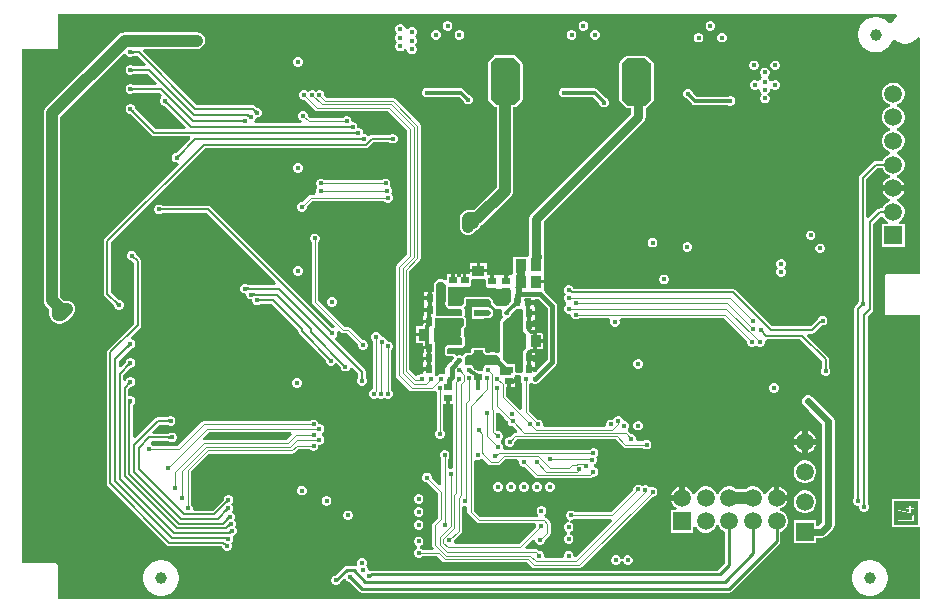
<source format=gbl>
G04*
G04 #@! TF.GenerationSoftware,Altium Limited,Altium Designer,24.4.1 (13)*
G04*
G04 Layer_Physical_Order=4*
G04 Layer_Color=16711680*
%FSLAX44Y44*%
%MOMM*%
G71*
G04*
G04 #@! TF.SameCoordinates,15E4D96D-5BE7-4AE5-8AB4-AC3752DCFCC4*
G04*
G04*
G04 #@! TF.FilePolarity,Positive*
G04*
G01*
G75*
%ADD11C,0.2500*%
%ADD14C,0.2000*%
%ADD20R,0.9000X1.0000*%
%ADD23R,0.6000X0.6400*%
%ADD26R,0.6400X0.6000*%
%ADD31R,1.0000X0.9000*%
%ADD32C,0.4200*%
%ADD67C,0.1250*%
%ADD68C,1.0000*%
%ADD70C,0.5000*%
%ADD71C,1.0000*%
%ADD72C,0.3000*%
%ADD73C,0.4000*%
%ADD74C,0.8000*%
%ADD75C,0.6000*%
%ADD76C,1.5000*%
%ADD77R,1.5000X1.5000*%
%ADD78C,0.4000*%
%ADD79C,0.3500*%
G36*
X943054Y715451D02*
X942209Y714887D01*
X942032Y714709D01*
X941823Y714570D01*
X940430Y713177D01*
X940291Y712968D01*
X940113Y712791D01*
X939019Y711153D01*
X938923Y710921D01*
X938783Y710712D01*
X938594Y710255D01*
X937766Y709960D01*
X936291Y709922D01*
X934562Y711651D01*
X932105Y713293D01*
X929375Y714424D01*
X926477Y715000D01*
X923523D01*
X920625Y714424D01*
X917895Y713293D01*
X915438Y711651D01*
X913349Y709562D01*
X911707Y707105D01*
X910576Y704375D01*
X910000Y701477D01*
Y698523D01*
X910576Y695625D01*
X911707Y692895D01*
X913349Y690438D01*
X915438Y688349D01*
X917895Y686707D01*
X920625Y685576D01*
X923523Y685000D01*
X926477D01*
X929375Y685576D01*
X932105Y686707D01*
X934562Y688349D01*
X936651Y690438D01*
X938293Y692895D01*
X939241Y695184D01*
X940555Y695700D01*
X941490Y695763D01*
X941823Y695430D01*
X942032Y695291D01*
X942209Y695113D01*
X943847Y694019D01*
X944079Y693923D01*
X944288Y693783D01*
X946108Y693029D01*
X946354Y692980D01*
X946586Y692884D01*
X948518Y692500D01*
X948769D01*
X949015Y692451D01*
X950985D01*
X951231Y692500D01*
X951482D01*
X953414Y692884D01*
X953646Y692980D01*
X953892Y693029D01*
X955712Y693783D01*
X955921Y693923D01*
X956153Y694019D01*
X957791Y695113D01*
X957968Y695291D01*
X958177Y695430D01*
X959570Y696823D01*
X959709Y697032D01*
X959887Y697209D01*
X960451Y698054D01*
X962451Y697447D01*
Y497549D01*
X935000D01*
X934025Y497355D01*
X933198Y496802D01*
X932645Y495975D01*
X932451Y495000D01*
Y465000D01*
X932645Y464025D01*
X933198Y463198D01*
X934025Y462645D01*
X935000Y462451D01*
X962451D01*
Y306838D01*
X938824D01*
Y282838D01*
X962451D01*
Y222549D01*
X232549D01*
Y250000D01*
X232355Y250975D01*
X231802Y251802D01*
X230975Y252355D01*
X230000Y252549D01*
X202549D01*
Y687451D01*
X230000D01*
X230975Y687645D01*
X231802Y688198D01*
X232355Y689025D01*
X232549Y690000D01*
Y717451D01*
X942447Y717451D01*
X943054Y715451D01*
D02*
G37*
G36*
X960825Y284837D02*
X940825D01*
Y304837D01*
X960825D01*
Y284837D01*
D02*
G37*
%LPC*%
G36*
X785816Y711600D02*
X784184D01*
X782678Y710976D01*
X781524Y709822D01*
X780900Y708316D01*
Y706684D01*
X781524Y705178D01*
X782678Y704024D01*
X784184Y703400D01*
X785816D01*
X787322Y704024D01*
X788476Y705178D01*
X789100Y706684D01*
Y708316D01*
X788476Y709822D01*
X787322Y710976D01*
X785816Y711600D01*
D02*
G37*
G36*
X678316D02*
X676684D01*
X675178Y710976D01*
X674024Y709822D01*
X673400Y708316D01*
Y706684D01*
X674024Y705178D01*
X675178Y704024D01*
X676684Y703400D01*
X678316D01*
X679822Y704024D01*
X680976Y705178D01*
X681600Y706684D01*
Y708316D01*
X680976Y709822D01*
X679822Y710976D01*
X678316Y711600D01*
D02*
G37*
G36*
X563316D02*
X561684D01*
X560177Y710976D01*
X559024Y709822D01*
X558400Y708316D01*
Y706684D01*
X559024Y705178D01*
X560177Y704024D01*
X561684Y703400D01*
X563316D01*
X564822Y704024D01*
X565976Y705178D01*
X566600Y706684D01*
Y708316D01*
X565976Y709822D01*
X564822Y710976D01*
X563316Y711600D01*
D02*
G37*
G36*
X688316Y704100D02*
X686684D01*
X685178Y703476D01*
X684024Y702322D01*
X683400Y700816D01*
Y699184D01*
X684024Y697678D01*
X685178Y696524D01*
X686684Y695900D01*
X688316D01*
X689822Y696524D01*
X690976Y697678D01*
X691600Y699184D01*
Y700816D01*
X690976Y702322D01*
X689822Y703476D01*
X688316Y704100D01*
D02*
G37*
G36*
X668316D02*
X666684D01*
X665178Y703476D01*
X664024Y702322D01*
X663400Y700816D01*
Y699184D01*
X664024Y697678D01*
X665178Y696524D01*
X666684Y695900D01*
X668316D01*
X669822Y696524D01*
X670976Y697678D01*
X671600Y699184D01*
Y700816D01*
X670976Y702322D01*
X669822Y703476D01*
X668316Y704100D01*
D02*
G37*
G36*
X573316D02*
X571684D01*
X570177Y703476D01*
X569024Y702322D01*
X568400Y700816D01*
Y699184D01*
X569024Y697678D01*
X570177Y696524D01*
X571684Y695900D01*
X573316D01*
X574822Y696524D01*
X575976Y697678D01*
X576600Y699184D01*
Y700816D01*
X575976Y702322D01*
X574822Y703476D01*
X573316Y704100D01*
D02*
G37*
G36*
X553316D02*
X551684D01*
X550178Y703476D01*
X549024Y702322D01*
X548400Y700816D01*
Y699184D01*
X549024Y697678D01*
X550178Y696524D01*
X551684Y695900D01*
X553316D01*
X554823Y696524D01*
X555976Y697678D01*
X556600Y699184D01*
Y700816D01*
X555976Y702322D01*
X554823Y703476D01*
X553316Y704100D01*
D02*
G37*
G36*
X795816Y701600D02*
X794184D01*
X792678Y700976D01*
X791524Y699822D01*
X790900Y698316D01*
Y696684D01*
X791524Y695178D01*
X792678Y694024D01*
X794184Y693400D01*
X795816D01*
X797322Y694024D01*
X798476Y695178D01*
X799100Y696684D01*
Y698316D01*
X798476Y699822D01*
X797322Y700976D01*
X795816Y701600D01*
D02*
G37*
G36*
X775816D02*
X774184D01*
X772678Y700976D01*
X771524Y699822D01*
X770900Y698316D01*
Y696684D01*
X771524Y695178D01*
X772678Y694024D01*
X774184Y693400D01*
X775816D01*
X777322Y694024D01*
X778476Y695178D01*
X779100Y696684D01*
Y698316D01*
X778476Y699822D01*
X777322Y700976D01*
X775816Y701600D01*
D02*
G37*
G36*
X523316Y709100D02*
X521684D01*
X520177Y708476D01*
X519024Y707322D01*
X518400Y705816D01*
Y704184D01*
X519024Y702678D01*
X519145Y702557D01*
X519999Y701250D01*
X519145Y699943D01*
X519024Y699822D01*
X518400Y698316D01*
Y696684D01*
X519024Y695178D01*
X519145Y695057D01*
X519999Y693750D01*
X519145Y692443D01*
X519024Y692322D01*
X518400Y690816D01*
Y689184D01*
X519024Y687678D01*
X520177Y686524D01*
X521684Y685900D01*
X523316D01*
X524822Y686524D01*
X525737Y687439D01*
X525976Y687678D01*
X525982Y687682D01*
X526276Y687879D01*
X528355Y686972D01*
X528373Y686928D01*
X528400Y686684D01*
X528442Y686583D01*
X529024Y685178D01*
X530178Y684024D01*
X531684Y683400D01*
X533316D01*
X534823Y684024D01*
X535976Y685178D01*
X536600Y686684D01*
Y688316D01*
X535976Y689822D01*
X535855Y689943D01*
X535001Y691250D01*
X535855Y692557D01*
X535976Y692678D01*
X536600Y694184D01*
Y695816D01*
X535976Y697322D01*
X535855Y697443D01*
X535001Y698750D01*
X535855Y700057D01*
X535976Y700178D01*
X536600Y701684D01*
Y703316D01*
X535976Y704822D01*
X534823Y705976D01*
X533316Y706600D01*
X531684D01*
X530178Y705976D01*
X529263Y705061D01*
X529024Y704822D01*
X529018Y704818D01*
X528723Y704621D01*
X526645Y705528D01*
X526627Y705572D01*
X526600Y705816D01*
X526558Y705917D01*
X525976Y707322D01*
X524822Y708476D01*
X523316Y709100D01*
D02*
G37*
G36*
X350000Y702060D02*
X289000D01*
X287173Y701820D01*
X285470Y701115D01*
X284008Y699993D01*
X222508Y638492D01*
X221385Y637030D01*
X220680Y635327D01*
X220440Y633500D01*
Y475000D01*
X220680Y473173D01*
X221385Y471470D01*
X222508Y470008D01*
X225440Y467076D01*
Y462500D01*
X225680Y460673D01*
X226385Y458970D01*
X227507Y457508D01*
X228970Y456385D01*
X230673Y455680D01*
X232500Y455440D01*
X235000D01*
X236827Y455680D01*
X238530Y456385D01*
X239992Y457508D01*
X244992Y462508D01*
X246115Y463970D01*
X246820Y465673D01*
X247060Y467500D01*
X246820Y469327D01*
X246115Y471030D01*
X244992Y472492D01*
X243530Y473615D01*
X241827Y474320D01*
X240000Y474560D01*
X237924D01*
X234560Y477924D01*
Y630575D01*
X287979Y683994D01*
X288216Y684017D01*
X290222Y683408D01*
X290524Y682678D01*
X291677Y681524D01*
X293185Y680900D01*
X294816D01*
X296322Y681524D01*
X296728Y681930D01*
X296731Y681931D01*
X296758Y681936D01*
X296819Y681941D01*
X299733D01*
X306768Y674906D01*
X306002Y673059D01*
X296791D01*
X296785Y673059D01*
X296731Y673069D01*
X296728Y673070D01*
X296322Y673476D01*
X294816Y674100D01*
X293185D01*
X291677Y673476D01*
X290524Y672322D01*
X289900Y670816D01*
Y669184D01*
X290524Y667678D01*
X291677Y666524D01*
X293185Y665900D01*
X294816D01*
X296322Y666524D01*
X296728Y666930D01*
X296731Y666931D01*
X296758Y666936D01*
X296819Y666941D01*
X308733D01*
X316768Y658906D01*
X316002Y657059D01*
X296791D01*
X296785Y657059D01*
X296731Y657069D01*
X296728Y657070D01*
X296322Y657476D01*
X294816Y658100D01*
X293185D01*
X291677Y657476D01*
X290524Y656322D01*
X289900Y654816D01*
Y653184D01*
X290524Y651677D01*
X291677Y650524D01*
X293185Y649900D01*
X294816D01*
X296322Y650524D01*
X296728Y650930D01*
X296731Y650931D01*
X296758Y650936D01*
X296819Y650941D01*
X318733D01*
X320339Y649335D01*
X320024Y646822D01*
X319524Y646322D01*
X318900Y644816D01*
Y643185D01*
X319524Y641678D01*
X320677Y640524D01*
X322184Y639900D01*
X322758D01*
X322761Y639898D01*
X322783Y639883D01*
X322831Y639844D01*
X340768Y621907D01*
X340002Y620059D01*
X315267D01*
X298137Y637189D01*
X298133Y637194D01*
X298102Y637239D01*
X298100Y637242D01*
Y637816D01*
X297476Y639322D01*
X296322Y640476D01*
X294816Y641100D01*
X293185D01*
X291677Y640476D01*
X290524Y639322D01*
X289900Y637816D01*
Y636185D01*
X290524Y634678D01*
X291677Y633524D01*
X293185Y632900D01*
X293758D01*
X293761Y632898D01*
X293783Y632883D01*
X293831Y632844D01*
X311837Y614837D01*
X312829Y614174D01*
X314000Y613941D01*
X344002D01*
X344768Y612094D01*
X332811Y600137D01*
X332806Y600133D01*
X332761Y600102D01*
X332758Y600100D01*
X332184D01*
X330677Y599476D01*
X329524Y598322D01*
X328900Y596815D01*
Y595185D01*
X329524Y593678D01*
X330677Y592524D01*
X332184Y591900D01*
X333746D01*
X333931Y591702D01*
X334829Y590155D01*
X272337Y527663D01*
X271674Y526670D01*
X271441Y525500D01*
X271441Y525500D01*
Y480750D01*
X271441Y480750D01*
X271674Y479580D01*
X272337Y478587D01*
X280113Y470811D01*
X280117Y470806D01*
X280148Y470761D01*
X280150Y470758D01*
Y470185D01*
X280774Y468677D01*
X281928Y467524D01*
X283435Y466900D01*
X285065D01*
X286572Y467524D01*
X287726Y468677D01*
X288350Y470185D01*
Y471815D01*
X287726Y473322D01*
X286572Y474476D01*
X285065Y475100D01*
X284492D01*
X284489Y475102D01*
X284467Y475117D01*
X284419Y475156D01*
X277559Y482017D01*
Y524233D01*
X357267Y603941D01*
X493434D01*
X493435Y603941D01*
X494605Y604174D01*
X495598Y604837D01*
X499702Y608941D01*
X513260D01*
X513678Y608524D01*
X515185Y607900D01*
X516816D01*
X518322Y608524D01*
X519476Y609678D01*
X520100Y611185D01*
Y612816D01*
X519476Y614322D01*
X518322Y615476D01*
X516816Y616100D01*
X515185D01*
X513678Y615476D01*
X513260Y615059D01*
X498435D01*
X498435Y615059D01*
X497264Y614826D01*
X495476Y614323D01*
X494323Y615476D01*
X492816Y616100D01*
X491180Y616180D01*
X491100Y617816D01*
X490476Y619323D01*
X489322Y620476D01*
X487816Y621100D01*
X486180Y621180D01*
X486100Y622816D01*
X485476Y624322D01*
X484322Y625476D01*
X482816Y626100D01*
X481180Y626180D01*
X481100Y627816D01*
X480476Y629322D01*
X479322Y630476D01*
X477816Y631100D01*
X476184D01*
X474678Y630476D01*
X473628Y629426D01*
X445859D01*
X444350Y630935D01*
Y632066D01*
X443726Y633572D01*
X442572Y634726D01*
X441065Y635350D01*
X439435D01*
X437928Y634726D01*
X436774Y633572D01*
X436150Y632066D01*
Y630434D01*
X436774Y628927D01*
X437928Y627774D01*
X439434Y627150D01*
X439464Y627059D01*
X438008Y625059D01*
X399613D01*
X398857Y627059D01*
X399476Y627678D01*
X400100Y629184D01*
X401816Y629900D01*
X403322Y630524D01*
X404476Y631678D01*
X405100Y633185D01*
Y634815D01*
X404476Y636323D01*
X403322Y637476D01*
X401816Y638100D01*
X401242D01*
X401239Y638102D01*
X401217Y638117D01*
X401170Y638156D01*
X400163Y639163D01*
X399171Y639826D01*
X398000Y640059D01*
X398000Y640059D01*
X350267D01*
X304386Y685940D01*
X305215Y687940D01*
X350000D01*
X351827Y688180D01*
X353530Y688885D01*
X354992Y690008D01*
X356115Y691470D01*
X356820Y693173D01*
X357060Y695000D01*
X356820Y696827D01*
X356115Y698530D01*
X354992Y699993D01*
X353530Y701115D01*
X351827Y701820D01*
X350000Y702060D01*
D02*
G37*
G36*
X436816Y681100D02*
X435185D01*
X433678Y680476D01*
X432524Y679322D01*
X431900Y677815D01*
Y676184D01*
X432524Y674678D01*
X433678Y673524D01*
X435185Y672900D01*
X436816D01*
X438322Y673524D01*
X439476Y674678D01*
X440100Y676184D01*
Y677815D01*
X439476Y679322D01*
X438322Y680476D01*
X436816Y681100D01*
D02*
G37*
G36*
X840816Y678100D02*
X839184D01*
X837678Y677476D01*
X836524Y676322D01*
X835900Y674816D01*
Y673185D01*
X836524Y671677D01*
X837678Y670524D01*
X839184Y669900D01*
X840816D01*
X842322Y670524D01*
X843476Y671677D01*
X844100Y673185D01*
Y674816D01*
X843476Y676322D01*
X842322Y677476D01*
X840816Y678100D01*
D02*
G37*
G36*
X822816D02*
X821184D01*
X819678Y677476D01*
X818524Y676322D01*
X817900Y674816D01*
Y673185D01*
X818524Y671677D01*
X819678Y670524D01*
X821184Y669900D01*
X822816D01*
X824323Y670524D01*
X825476Y671677D01*
X826100Y673185D01*
Y674816D01*
X825476Y676322D01*
X824323Y677476D01*
X822816Y678100D01*
D02*
G37*
G36*
X831815Y672100D02*
X830184D01*
X828678Y671476D01*
X827524Y670322D01*
X826900Y668816D01*
Y667185D01*
X827524Y665678D01*
X827895Y665307D01*
X828454Y664000D01*
X827895Y662693D01*
X827524Y662322D01*
X827167Y661460D01*
X825391Y660860D01*
X824924Y660874D01*
X824822Y660976D01*
X823316Y661600D01*
X821684D01*
X820178Y660976D01*
X819024Y659822D01*
X818400Y658316D01*
Y656684D01*
X819024Y655178D01*
X820178Y654024D01*
X821684Y653400D01*
X823316D01*
X824822Y654024D01*
X825052Y654254D01*
X825287Y654198D01*
X826900Y653273D01*
Y652184D01*
X827449Y650860D01*
X827524Y650677D01*
X827525Y650677D01*
X828654Y649500D01*
X827525Y648323D01*
X827524Y648323D01*
X827449Y648140D01*
X826900Y646815D01*
Y645184D01*
X827524Y643678D01*
X828678Y642524D01*
X830184Y641900D01*
X831815D01*
X833322Y642524D01*
X834476Y643678D01*
X835100Y645184D01*
Y646815D01*
X834551Y648140D01*
X834476Y648323D01*
X834475Y648323D01*
X833346Y649500D01*
X834475Y650677D01*
X834476Y650677D01*
X834551Y650860D01*
X835100Y652184D01*
Y653788D01*
X835184Y653867D01*
X836825Y654876D01*
X837678Y654024D01*
X839184Y653400D01*
X840816D01*
X842322Y654024D01*
X843476Y655178D01*
X844100Y656684D01*
Y658316D01*
X843476Y659822D01*
X842322Y660976D01*
X840816Y661600D01*
X839184D01*
X837678Y660976D01*
X837100Y660398D01*
X835976Y660633D01*
X835018Y661014D01*
X834476Y662322D01*
X834105Y662693D01*
X833547Y664000D01*
X834105Y665307D01*
X834476Y665678D01*
X835100Y667185D01*
Y668816D01*
X834476Y670322D01*
X833322Y671476D01*
X831815Y672100D01*
D02*
G37*
G36*
X545816Y655100D02*
X544184D01*
X542678Y654476D01*
X541524Y653322D01*
X540900Y651815D01*
Y650184D01*
X541524Y648678D01*
X542678Y647524D01*
X544184Y646900D01*
X545816D01*
X547098Y647431D01*
X572522D01*
X575993Y643960D01*
X576524Y642678D01*
X577678Y641524D01*
X579184Y640900D01*
X580816D01*
X582323Y641524D01*
X583476Y642678D01*
X584100Y644184D01*
Y645816D01*
X583476Y647322D01*
X582323Y648476D01*
X581040Y649007D01*
X576523Y653523D01*
X575366Y654297D01*
X574000Y654569D01*
X547098D01*
X545816Y655100D01*
D02*
G37*
G36*
X766815Y654100D02*
X765184D01*
X763678Y653476D01*
X762524Y652322D01*
X761900Y650816D01*
Y649184D01*
X762524Y647678D01*
X763678Y646524D01*
X764960Y645993D01*
X769477Y641477D01*
X770634Y640703D01*
X772000Y640431D01*
X799902D01*
X801184Y639900D01*
X802815D01*
X804322Y640524D01*
X805476Y641678D01*
X806100Y643185D01*
Y644816D01*
X805476Y646322D01*
X804322Y647476D01*
X802815Y648100D01*
X801184D01*
X799902Y647569D01*
X773478D01*
X770007Y651040D01*
X769476Y652322D01*
X768322Y653476D01*
X766815Y654100D01*
D02*
G37*
G36*
X661815Y655100D02*
X660184D01*
X658678Y654476D01*
X657524Y653322D01*
X656900Y651815D01*
Y650184D01*
X657524Y648678D01*
X658678Y647524D01*
X660184Y646900D01*
X661815D01*
X663098Y647431D01*
X685697D01*
X690900Y642229D01*
Y641684D01*
X691524Y640178D01*
X692678Y639024D01*
X694184Y638400D01*
X695816D01*
X697322Y639024D01*
X698476Y640178D01*
X699100Y641684D01*
Y643316D01*
X698476Y644822D01*
X697322Y645976D01*
X697069Y646081D01*
X696923Y646299D01*
X689699Y653523D01*
X688541Y654297D01*
X687175Y654569D01*
X663098D01*
X661815Y655100D01*
D02*
G37*
G36*
X436816Y591100D02*
X435185D01*
X433678Y590476D01*
X432524Y589322D01*
X431900Y587816D01*
Y586185D01*
X432524Y584678D01*
X433678Y583524D01*
X435185Y582900D01*
X436816D01*
X438322Y583524D01*
X439476Y584678D01*
X440100Y586185D01*
Y587816D01*
X439476Y589322D01*
X438322Y590476D01*
X436816Y591100D01*
D02*
G37*
G36*
X510816Y578100D02*
X509184D01*
X507677Y577476D01*
X506878Y576676D01*
X458122D01*
X457323Y577476D01*
X455816Y578100D01*
X454184D01*
X452678Y577476D01*
X451524Y576322D01*
X450900Y574815D01*
Y573185D01*
X451524Y571678D01*
X452202Y571000D01*
X451524Y570322D01*
X450900Y568816D01*
Y567184D01*
X451110Y566676D01*
X449912Y564676D01*
X447000D01*
X447000Y564676D01*
X445976Y564473D01*
X445107Y563893D01*
X445107Y563892D01*
X439315Y558100D01*
X438185D01*
X436678Y557476D01*
X435524Y556323D01*
X434900Y554816D01*
Y553185D01*
X435524Y551678D01*
X436678Y550524D01*
X438185Y549900D01*
X439816D01*
X441323Y550524D01*
X442476Y551678D01*
X443100Y553185D01*
Y554315D01*
X448109Y559324D01*
X508878D01*
X509678Y558524D01*
X511184Y557900D01*
X512816D01*
X514322Y558524D01*
X515476Y559678D01*
X516100Y561185D01*
Y562816D01*
X515476Y564322D01*
X514476Y565678D01*
X515100Y567184D01*
Y568816D01*
X514476Y570322D01*
X513322Y571476D01*
X513314Y571516D01*
X513476Y571678D01*
X514100Y573185D01*
Y574815D01*
X513476Y576322D01*
X512322Y577476D01*
X510816Y578100D01*
D02*
G37*
G36*
X941251Y659500D02*
X938749D01*
X936333Y658853D01*
X934167Y657602D01*
X932398Y655833D01*
X931147Y653667D01*
X930500Y651251D01*
Y648749D01*
X931147Y646333D01*
X932398Y644167D01*
X934167Y642398D01*
X936333Y641147D01*
X936752Y641035D01*
Y638965D01*
X936333Y638853D01*
X934167Y637602D01*
X932398Y635833D01*
X931147Y633667D01*
X930500Y631251D01*
Y628749D01*
X931147Y626333D01*
X932398Y624167D01*
X934167Y622398D01*
X936333Y621147D01*
X936752Y621035D01*
Y618965D01*
X936333Y618853D01*
X934167Y617602D01*
X932398Y615833D01*
X931147Y613667D01*
X930500Y611251D01*
Y608749D01*
X931147Y606333D01*
X932398Y604167D01*
X934167Y602398D01*
X936333Y601147D01*
X936752Y601035D01*
Y598965D01*
X936333Y598853D01*
X934167Y597602D01*
X932398Y595833D01*
X931147Y593667D01*
X930984Y593059D01*
X925000D01*
X923829Y592826D01*
X922837Y592163D01*
X922837Y592163D01*
X911837Y581163D01*
X911174Y580171D01*
X910941Y579000D01*
X910941Y579000D01*
Y474739D01*
X910524Y474322D01*
X909900Y472816D01*
Y472226D01*
X907837Y470163D01*
X907174Y469170D01*
X906941Y468000D01*
X906941Y468000D01*
Y307740D01*
X906524Y307322D01*
X905900Y305816D01*
Y304184D01*
X906524Y302678D01*
X907678Y301524D01*
X909184Y300900D01*
X910819Y300819D01*
X910900Y299184D01*
X911524Y297678D01*
X912678Y296524D01*
X914184Y295900D01*
X915816D01*
X917322Y296524D01*
X918476Y297678D01*
X919100Y299184D01*
Y300816D01*
X918476Y302323D01*
X918309Y302489D01*
Y461483D01*
X922163Y465337D01*
X922163Y465337D01*
X922826Y466329D01*
X923059Y467500D01*
Y540110D01*
X929120Y546172D01*
X929768Y546223D01*
X931433Y545839D01*
X932398Y544167D01*
X934167Y542398D01*
X935723Y541500D01*
X935187Y539500D01*
X930500D01*
Y520500D01*
X949500D01*
Y539500D01*
X944813D01*
X944277Y541500D01*
X945833Y542398D01*
X947602Y544167D01*
X948853Y546333D01*
X949500Y548749D01*
Y551251D01*
X948853Y553667D01*
X947602Y555833D01*
X945833Y557602D01*
X943667Y558853D01*
X943248Y558965D01*
Y561035D01*
X943667Y561147D01*
X945833Y562398D01*
X947602Y564167D01*
X948853Y566333D01*
X949165Y567500D01*
X940000D01*
X930835D01*
X931147Y566333D01*
X932398Y564167D01*
X934167Y562398D01*
X936333Y561147D01*
X936752Y561035D01*
Y558965D01*
X936333Y558853D01*
X934167Y557602D01*
X932398Y555833D01*
X931147Y553667D01*
X930984Y553059D01*
X928623D01*
X928623Y553059D01*
X927452Y552826D01*
X926460Y552163D01*
X926460Y552163D01*
X919059Y544762D01*
X917059Y545590D01*
Y577733D01*
X926267Y586941D01*
X930984D01*
X931147Y586333D01*
X932398Y584167D01*
X934167Y582398D01*
X936333Y581147D01*
X936752Y581035D01*
Y578965D01*
X936333Y578853D01*
X934167Y577602D01*
X932398Y575833D01*
X931147Y573667D01*
X930835Y572500D01*
X940000D01*
X949165D01*
X948853Y573667D01*
X947602Y575833D01*
X945833Y577602D01*
X943667Y578853D01*
X943248Y578965D01*
Y581035D01*
X943667Y581147D01*
X945833Y582398D01*
X947602Y584167D01*
X948853Y586333D01*
X949500Y588749D01*
Y591251D01*
X948853Y593667D01*
X947602Y595833D01*
X945833Y597602D01*
X943667Y598853D01*
X943248Y598965D01*
Y601035D01*
X943667Y601147D01*
X945833Y602398D01*
X947602Y604167D01*
X948853Y606333D01*
X949500Y608749D01*
Y611251D01*
X948853Y613667D01*
X947602Y615833D01*
X945833Y617602D01*
X943667Y618853D01*
X943248Y618965D01*
Y621035D01*
X943667Y621147D01*
X945833Y622398D01*
X947602Y624167D01*
X948853Y626333D01*
X949500Y628749D01*
Y631251D01*
X948853Y633667D01*
X947602Y635833D01*
X945833Y637602D01*
X943667Y638853D01*
X943248Y638965D01*
Y641035D01*
X943667Y641147D01*
X945833Y642398D01*
X947602Y644167D01*
X948853Y646333D01*
X949500Y648749D01*
Y651251D01*
X948853Y653667D01*
X947602Y655833D01*
X945833Y657602D01*
X943667Y658853D01*
X941251Y659500D01*
D02*
G37*
G36*
X603000Y682539D02*
X602220Y682384D01*
X601558Y681942D01*
X601558Y681942D01*
X597558Y677942D01*
X597116Y677280D01*
X596961Y676500D01*
Y645500D01*
X596961Y645500D01*
X597116Y644720D01*
X597558Y644058D01*
X602558Y639058D01*
X602558Y639058D01*
X603220Y638616D01*
X603940Y638473D01*
Y570924D01*
X584826Y551810D01*
X580500D01*
X578673Y551570D01*
X576970Y550864D01*
X575508Y549742D01*
X575008Y549242D01*
X573885Y547780D01*
X573180Y546077D01*
X572940Y544250D01*
Y537500D01*
X573180Y535673D01*
X573885Y533970D01*
X575008Y532508D01*
X576470Y531385D01*
X578173Y530680D01*
X580000Y530440D01*
X581827Y530680D01*
X583530Y531385D01*
X584992Y532508D01*
X586087Y533934D01*
X587780Y534636D01*
X589243Y535758D01*
X590364Y537220D01*
X590883Y538471D01*
X591280Y538635D01*
X592743Y539757D01*
X615992Y563008D01*
X617114Y564470D01*
X617820Y566173D01*
X618060Y568000D01*
Y638461D01*
X619000D01*
X619780Y638616D01*
X620442Y639058D01*
X620442Y639058D01*
X625442Y644058D01*
X625884Y644720D01*
X626039Y645500D01*
Y675500D01*
X625884Y676280D01*
X625442Y676942D01*
X625442Y676942D01*
X620442Y681942D01*
X619780Y682384D01*
X619000Y682539D01*
X603000D01*
X603000Y682539D01*
D02*
G37*
G36*
X870796Y534000D02*
X869204D01*
X867734Y533391D01*
X866609Y532266D01*
X866000Y530796D01*
Y529204D01*
X866609Y527734D01*
X867734Y526609D01*
X869204Y526000D01*
X870796D01*
X872266Y526609D01*
X873391Y527734D01*
X874000Y529204D01*
Y530796D01*
X873391Y532266D01*
X872266Y533391D01*
X870796Y534000D01*
D02*
G37*
G36*
X736815Y528100D02*
X735184D01*
X733678Y527476D01*
X732524Y526323D01*
X731900Y524816D01*
Y523185D01*
X732524Y521678D01*
X733678Y520524D01*
X735184Y519900D01*
X736815D01*
X738323Y520524D01*
X739476Y521678D01*
X740100Y523185D01*
Y524816D01*
X739476Y526323D01*
X738323Y527476D01*
X736815Y528100D01*
D02*
G37*
G36*
X766316Y524350D02*
X764685D01*
X763178Y523726D01*
X762024Y522572D01*
X761400Y521065D01*
Y519434D01*
X762024Y517928D01*
X763178Y516774D01*
X764685Y516150D01*
X766316D01*
X767822Y516774D01*
X768976Y517928D01*
X769600Y519434D01*
Y521065D01*
X768976Y522572D01*
X767822Y523726D01*
X766316Y524350D01*
D02*
G37*
G36*
X878796Y523000D02*
X877204D01*
X875734Y522391D01*
X874609Y521266D01*
X874000Y519796D01*
Y518204D01*
X874609Y516734D01*
X875734Y515609D01*
X877204Y515000D01*
X878796D01*
X880266Y515609D01*
X881391Y516734D01*
X882000Y518204D01*
Y519796D01*
X881391Y521266D01*
X880266Y522391D01*
X878796Y523000D01*
D02*
G37*
G36*
X595500Y506750D02*
X590000D01*
Y501750D01*
X595500D01*
Y506750D01*
D02*
G37*
G36*
X587000D02*
X581500D01*
Y501750D01*
X587000D01*
Y506750D01*
D02*
G37*
G36*
X436816Y504100D02*
X435185D01*
X433678Y503476D01*
X432524Y502322D01*
X431900Y500816D01*
Y499184D01*
X432524Y497677D01*
X433678Y496524D01*
X435185Y495900D01*
X436816D01*
X438322Y496524D01*
X439476Y497677D01*
X440100Y499184D01*
Y500816D01*
X439476Y502322D01*
X438322Y503476D01*
X436816Y504100D01*
D02*
G37*
G36*
X845816Y510100D02*
X844184D01*
X842678Y509476D01*
X841524Y508322D01*
X840900Y506815D01*
Y505185D01*
X841524Y503678D01*
X842654Y502500D01*
X841524Y501322D01*
X840900Y499815D01*
Y498184D01*
X841524Y496678D01*
X842678Y495524D01*
X844184Y494900D01*
X845816D01*
X847322Y495524D01*
X848476Y496678D01*
X849100Y498184D01*
Y499815D01*
X848476Y501322D01*
X847346Y502500D01*
X848476Y503678D01*
X849100Y505185D01*
Y506815D01*
X848476Y508322D01*
X847322Y509476D01*
X845816Y510100D01*
D02*
G37*
G36*
X714000Y682039D02*
X713220Y681884D01*
X712558Y681442D01*
X712558Y681442D01*
X708558Y677442D01*
X708116Y676780D01*
X707961Y676000D01*
Y645000D01*
X707961Y645000D01*
X708116Y644220D01*
X708558Y643558D01*
X713558Y638558D01*
X713558Y638558D01*
X714220Y638116D01*
X715000Y637961D01*
X717883D01*
Y632534D01*
X633424Y548076D01*
X632098Y546091D01*
X631632Y543750D01*
Y513634D01*
X631212Y512856D01*
X630124Y512000D01*
X629250Y512000D01*
X617750D01*
Y500074D01*
X617741Y500031D01*
X617750Y499987D01*
Y498172D01*
X617640Y497818D01*
X616785Y496400D01*
X615943Y496400D01*
X613500D01*
Y491400D01*
X610500D01*
Y496400D01*
X606800D01*
Y496400D01*
X605200D01*
Y496400D01*
X601500D01*
Y491400D01*
X598500D01*
Y496400D01*
X595500D01*
Y498750D01*
X588500D01*
X581500D01*
Y497400D01*
X578500D01*
Y492400D01*
X575500D01*
Y497400D01*
X568500D01*
Y492400D01*
X565500D01*
Y497400D01*
X561800D01*
Y492697D01*
X559952Y491932D01*
X559442Y492442D01*
X558780Y492884D01*
X558000Y493039D01*
X555000D01*
X554220Y492884D01*
X553558Y492442D01*
X551558Y490442D01*
X551116Y489780D01*
X550961Y489000D01*
Y482200D01*
X549100D01*
Y477000D01*
X547600D01*
Y475500D01*
X542600D01*
Y471800D01*
Y468500D01*
X547600D01*
Y465500D01*
X542600D01*
Y462200D01*
X541600D01*
Y458500D01*
X546600D01*
Y455500D01*
X541600D01*
Y453000D01*
X535750D01*
Y447500D01*
X542250D01*
Y444500D01*
X535750D01*
Y439000D01*
X541600D01*
Y436500D01*
X546600D01*
Y433500D01*
X541600D01*
Y429800D01*
Y427500D01*
X546600D01*
Y424500D01*
X541600D01*
Y420800D01*
Y418500D01*
X546600D01*
Y415500D01*
X541600D01*
Y412873D01*
X541566Y412850D01*
X539935D01*
X538428Y412226D01*
X537748Y411547D01*
X535724Y411405D01*
X535286Y411499D01*
X530176Y416609D01*
Y499891D01*
X538892Y508607D01*
X538893Y508607D01*
X539473Y509476D01*
X539676Y510500D01*
Y623000D01*
X539473Y624024D01*
X538893Y624893D01*
X538892Y624893D01*
X517893Y645892D01*
X517024Y646473D01*
X516000Y646676D01*
X516000Y646676D01*
X460109D01*
X458100Y648685D01*
Y649816D01*
X457476Y651322D01*
X456323Y652476D01*
X454815Y653100D01*
X453185D01*
X451678Y652476D01*
X451000Y651798D01*
X450322Y652476D01*
X448815Y653100D01*
X447184D01*
X445860Y652551D01*
X445677Y652476D01*
X445677Y652475D01*
X444500Y651346D01*
X443323Y652475D01*
X443322Y652476D01*
X443140Y652551D01*
X441816Y653100D01*
X440185D01*
X438678Y652476D01*
X437524Y651322D01*
X436900Y649816D01*
Y648185D01*
X437524Y646677D01*
X438678Y645524D01*
X440185Y644900D01*
X441315D01*
X450107Y636107D01*
X450107Y636107D01*
X450976Y635527D01*
X452000Y635323D01*
X452000Y635324D01*
X511891D01*
X528324Y618891D01*
Y514094D01*
X519608Y505378D01*
X519027Y504509D01*
X518824Y503485D01*
X518824Y503485D01*
Y411500D01*
X518824Y411500D01*
X519027Y410476D01*
X519608Y409608D01*
X530107Y399108D01*
X530107Y399108D01*
X530976Y398527D01*
X532000Y398324D01*
X532000Y398324D01*
X548973D01*
X548973Y398324D01*
X549997Y398527D01*
X550330Y398750D01*
X551904Y398698D01*
X552894Y398308D01*
X553324Y397878D01*
Y365122D01*
X552524Y364323D01*
X551900Y362816D01*
Y361185D01*
X552524Y359678D01*
X553678Y358524D01*
X555185Y357900D01*
X556815D01*
X558322Y358524D01*
X559476Y359678D01*
X560100Y361185D01*
Y362816D01*
X559476Y364323D01*
X558676Y365122D01*
Y387600D01*
X561500D01*
Y392600D01*
X564500D01*
Y387600D01*
X567324D01*
Y333842D01*
X565853Y332361D01*
X563929Y332361D01*
X562676Y333640D01*
Y340878D01*
X563476Y341678D01*
X564100Y343185D01*
Y344815D01*
X563476Y346322D01*
X562322Y347476D01*
X560816Y348100D01*
X559184D01*
X557677Y347476D01*
X556524Y346322D01*
X555900Y344815D01*
Y343185D01*
X556524Y341678D01*
X557324Y340878D01*
Y319075D01*
X555476Y318309D01*
X549100Y324685D01*
Y325816D01*
X548476Y327323D01*
X547323Y328476D01*
X545816Y329100D01*
X544184D01*
X542678Y328476D01*
X541524Y327323D01*
X540900Y325816D01*
Y324184D01*
X541524Y322678D01*
X542678Y321524D01*
X544184Y320900D01*
X545315D01*
X554324Y311891D01*
Y291109D01*
X550107Y286893D01*
X549527Y286024D01*
X549324Y285000D01*
X549324Y285000D01*
Y268000D01*
X549324Y268000D01*
X549527Y266976D01*
X550107Y266108D01*
X550691Y265524D01*
X549925Y263676D01*
X541122D01*
X540541Y264257D01*
X540322Y264476D01*
X539008Y265385D01*
Y266615D01*
X540322Y267524D01*
X540541Y267743D01*
X541476Y268678D01*
X542100Y270184D01*
Y271815D01*
X541476Y273322D01*
X540322Y274476D01*
X538815Y275100D01*
X537184D01*
X535677Y274476D01*
X534524Y273322D01*
X533900Y271815D01*
Y270184D01*
X534524Y268678D01*
X535459Y267743D01*
X535677Y267524D01*
X536992Y266615D01*
Y265385D01*
X535677Y264476D01*
X535459Y264257D01*
X534524Y263323D01*
X533900Y261816D01*
Y260184D01*
X534524Y258678D01*
X535677Y257524D01*
X537184Y256900D01*
X538815D01*
X540322Y257524D01*
X541122Y258324D01*
X553891D01*
X558107Y254107D01*
X558107Y254107D01*
X558976Y253527D01*
X560000Y253324D01*
X629649D01*
X633865Y249107D01*
X634733Y248527D01*
X635757Y248324D01*
X635757Y248324D01*
X674000D01*
X674000Y248324D01*
X675024Y248527D01*
X675892Y249107D01*
X735685Y308900D01*
X736815D01*
X738323Y309524D01*
X739476Y310678D01*
X740100Y312185D01*
Y313816D01*
X739476Y315322D01*
X738323Y316476D01*
X736815Y317100D01*
X735184D01*
X733388Y316780D01*
X732235Y317933D01*
X730728Y318557D01*
X729097D01*
X727590Y317933D01*
X727227Y317571D01*
X726322Y318476D01*
X724816Y319100D01*
X723185D01*
X721678Y318476D01*
X720524Y317323D01*
X719900Y315816D01*
Y314685D01*
X700891Y295676D01*
X670122D01*
X669323Y296476D01*
X667816Y297100D01*
X666184D01*
X664678Y296476D01*
X663524Y295322D01*
X662900Y293815D01*
Y292185D01*
X663524Y290678D01*
X664678Y289524D01*
X665702Y289100D01*
X665304Y287100D01*
X664184Y287100D01*
X662678Y286476D01*
X661524Y285322D01*
X660900Y283815D01*
Y282184D01*
X661524Y280678D01*
X662459Y279743D01*
X662678Y279524D01*
X663992Y278615D01*
Y277385D01*
X662678Y276476D01*
X662459Y276257D01*
X661524Y275322D01*
X660900Y273815D01*
Y272184D01*
X661524Y270678D01*
X662678Y269524D01*
X664184Y268900D01*
X665816D01*
X667322Y269524D01*
X668476Y270678D01*
X669100Y272184D01*
Y273815D01*
X668476Y275322D01*
X667541Y276257D01*
X667322Y276476D01*
X666008Y277385D01*
Y278615D01*
X667322Y279524D01*
X667541Y279743D01*
X668476Y280678D01*
X669100Y282184D01*
Y283815D01*
X668476Y285322D01*
X667322Y286476D01*
X666298Y286900D01*
X666696Y288900D01*
X667816Y288900D01*
X669323Y289524D01*
X670122Y290324D01*
X700829D01*
X701657Y288324D01*
X670948Y257614D01*
X670270Y257824D01*
X669100Y258595D01*
Y259816D01*
X668476Y261322D01*
X667322Y262476D01*
X665816Y263100D01*
X664184D01*
X662678Y262476D01*
X661524Y261322D01*
X660900Y259816D01*
Y258185D01*
X659360Y256676D01*
X645640D01*
X644100Y258185D01*
Y259816D01*
X643476Y261322D01*
X642322Y262476D01*
X640816Y263100D01*
X639685D01*
X638893Y263892D01*
X638024Y264473D01*
X637000Y264676D01*
X637000Y264676D01*
X629075D01*
X628309Y266524D01*
X635052Y273267D01*
X635331Y273199D01*
X636900Y272286D01*
Y271184D01*
X637524Y269678D01*
X638677Y268524D01*
X640184Y267900D01*
X641815D01*
X643322Y268524D01*
X644476Y269678D01*
X645100Y271184D01*
Y272315D01*
X648893Y276107D01*
X648893Y276107D01*
X649473Y276976D01*
X649677Y278000D01*
X649676Y278000D01*
Y286000D01*
X649677Y286000D01*
X649473Y287024D01*
X648893Y287892D01*
X648893Y287893D01*
X645892Y290893D01*
X645024Y291473D01*
X644735Y291530D01*
X644441Y292951D01*
X644429Y293630D01*
X645476Y294678D01*
X646100Y296184D01*
Y297815D01*
X645476Y299322D01*
X644323Y300476D01*
X642816Y301100D01*
X641184D01*
X639678Y300476D01*
X638524Y299322D01*
X637900Y297815D01*
Y296184D01*
X638524Y294678D01*
X639525Y293676D01*
X639450Y292974D01*
X638912Y291676D01*
X594109D01*
X593229Y291852D01*
X593229Y291851D01*
X589934D01*
X584676Y297109D01*
Y338912D01*
X586676Y340110D01*
X587184Y339900D01*
X588815D01*
X590322Y340524D01*
X591476Y341678D01*
X591527Y341688D01*
X597107Y336108D01*
X597108Y336107D01*
X597976Y335527D01*
X599000Y335324D01*
X599000Y335324D01*
X605000D01*
X605000Y335324D01*
X606024Y335527D01*
X606893Y336107D01*
X611109Y340324D01*
X621360D01*
X622900Y338815D01*
Y337184D01*
X623524Y335678D01*
X624678Y334524D01*
X626184Y333900D01*
X627315D01*
X636107Y325108D01*
X636107Y325107D01*
X636976Y324527D01*
X638000Y324324D01*
X638000Y324324D01*
X683000D01*
X683000Y324324D01*
X684024Y324527D01*
X684893Y325107D01*
X685685Y325900D01*
X686815D01*
X688322Y326524D01*
X689476Y327678D01*
X690100Y329184D01*
Y330816D01*
X689476Y332322D01*
X688322Y333476D01*
X686815Y334100D01*
X686696D01*
X686298Y336100D01*
X687322Y336524D01*
X688476Y337678D01*
X689100Y339184D01*
Y340816D01*
X688476Y342323D01*
X688314Y342484D01*
X688323Y342524D01*
X689476Y343677D01*
X690100Y345185D01*
Y346815D01*
X689476Y348322D01*
X688322Y349476D01*
X686815Y350100D01*
X685184D01*
X683678Y349476D01*
X682878Y348676D01*
X610640D01*
X609100Y350185D01*
Y351816D01*
X608476Y353322D01*
X607323Y354476D01*
Y356524D01*
X608476Y357677D01*
X609100Y359184D01*
Y360816D01*
X608476Y362322D01*
X607323Y363476D01*
X605816Y364100D01*
X604685D01*
X603676Y365109D01*
Y379710D01*
X605676Y380538D01*
X610074Y376142D01*
X610102Y375996D01*
X610682Y375128D01*
X613128Y372682D01*
X613400Y372501D01*
Y371684D01*
X614024Y370177D01*
X615178Y369024D01*
X616684Y368400D01*
X617815D01*
X621691Y364524D01*
X620925Y362676D01*
X620000D01*
X620000Y362676D01*
X618976Y362473D01*
X618107Y361893D01*
X615315Y359100D01*
X614184D01*
X612677Y358476D01*
X611524Y357323D01*
X610900Y355816D01*
Y354184D01*
X611524Y352678D01*
X612677Y351524D01*
X614184Y350900D01*
X615816D01*
X617322Y351524D01*
X618476Y352678D01*
X619100Y354184D01*
Y355315D01*
X621109Y357324D01*
X704944D01*
X711160Y351108D01*
X711161Y351107D01*
X712029Y350527D01*
X713053Y350324D01*
X713053Y350324D01*
X727878D01*
X728678Y349524D01*
X730184Y348900D01*
X731816D01*
X733323Y349524D01*
X734476Y350678D01*
X735100Y352184D01*
Y353815D01*
X734476Y355322D01*
X733323Y356476D01*
X731816Y357100D01*
X730184D01*
X728678Y356476D01*
X727878Y355676D01*
X723640D01*
X722100Y357184D01*
Y358815D01*
X721476Y360322D01*
X720322Y361476D01*
X718816Y362100D01*
X717685D01*
X715598Y364187D01*
X715393Y364402D01*
X715467Y366669D01*
X715476Y366678D01*
X716100Y368185D01*
Y369815D01*
X715476Y371322D01*
X714322Y372476D01*
X712815Y373100D01*
X711100Y373816D01*
X710476Y375322D01*
X709323Y376476D01*
X707816Y377100D01*
X706184D01*
X704678Y376476D01*
X703524Y375322D01*
X701815Y374100D01*
X700184D01*
X698678Y373476D01*
X697524Y372322D01*
X696900Y370816D01*
Y369184D01*
X695360Y367676D01*
X644640D01*
X643100Y369184D01*
Y370816D01*
X642476Y372322D01*
X641322Y373476D01*
X639815Y374100D01*
X638685D01*
X631172Y381614D01*
Y404661D01*
X633026Y405726D01*
X633807Y405395D01*
X634178Y405024D01*
X635685Y404400D01*
X637315D01*
X638822Y405024D01*
X639976Y406177D01*
X639997Y406230D01*
X654116Y420348D01*
X655000Y421671D01*
X655310Y423232D01*
X655310Y423232D01*
Y469968D01*
X655310Y469968D01*
X655000Y471529D01*
X654116Y472852D01*
X644758Y482210D01*
X644250Y484000D01*
X644250Y484000D01*
X644250D01*
X644250Y484000D01*
Y489500D01*
X637750D01*
Y492500D01*
X644250D01*
Y496000D01*
X644250Y498000D01*
X644250Y500000D01*
Y509926D01*
X644259Y509969D01*
X644250Y510013D01*
Y510040D01*
X644256Y510080D01*
X644250Y510103D01*
Y512000D01*
X644059D01*
X643867Y515254D01*
Y541216D01*
X728326Y625674D01*
X729652Y627659D01*
X730117Y630000D01*
Y637984D01*
X730780Y638116D01*
X731442Y638558D01*
X731442Y638558D01*
X736442Y643558D01*
X736884Y644220D01*
X737039Y645000D01*
Y657038D01*
X737100Y657185D01*
Y658816D01*
X737039Y658962D01*
Y673038D01*
X737100Y673185D01*
Y674816D01*
X737039Y674962D01*
Y675000D01*
X736884Y675780D01*
X736442Y676442D01*
X736442Y676442D01*
X731442Y681442D01*
X730780Y681884D01*
X730000Y682039D01*
X714000D01*
X714000Y682039D01*
D02*
G37*
G36*
X746566Y496850D02*
X744934D01*
X743428Y496226D01*
X742274Y495072D01*
X741650Y493565D01*
Y491934D01*
X742274Y490428D01*
X743428Y489274D01*
X744934Y488650D01*
X746566D01*
X748073Y489274D01*
X749226Y490428D01*
X749850Y491934D01*
Y493565D01*
X749226Y495072D01*
X748073Y496226D01*
X746566Y496850D01*
D02*
G37*
G36*
X318815Y556100D02*
X317185D01*
X315678Y555476D01*
X314524Y554322D01*
X313900Y552816D01*
Y551184D01*
X314524Y549678D01*
X315678Y548524D01*
X317185Y547900D01*
X318815D01*
X320322Y548524D01*
X320740Y548941D01*
X358733D01*
X417616Y490059D01*
X416787Y488059D01*
X393791D01*
X393785Y488060D01*
X393731Y488069D01*
X393728Y488070D01*
X393322Y488476D01*
X391815Y489100D01*
X390185D01*
X388678Y488476D01*
X387524Y487322D01*
X386900Y485816D01*
Y484184D01*
X387524Y482677D01*
X388678Y481524D01*
X390185Y480900D01*
X391819Y480820D01*
X391900Y479184D01*
X392524Y477678D01*
X393677Y476524D01*
X395185Y475900D01*
X396819Y475820D01*
X396900Y474184D01*
X397524Y472677D01*
X398678Y471524D01*
X400185Y470900D01*
X401816D01*
X403322Y471524D01*
X403740Y471941D01*
X413733D01*
X436231Y449444D01*
Y448711D01*
X436231Y448711D01*
X436464Y447540D01*
X437127Y446548D01*
X459900Y423774D01*
Y423184D01*
X460524Y421678D01*
X461678Y420524D01*
X463185Y419900D01*
X464816D01*
X466323Y420524D01*
X467476Y421678D01*
X468744Y421930D01*
X471900Y418774D01*
Y418185D01*
X472524Y416678D01*
X473677Y415524D01*
X475184Y414900D01*
X476815D01*
X478322Y415524D01*
X479476Y416678D01*
X479853Y417588D01*
X481534Y418177D01*
X482096Y418174D01*
X486941Y413328D01*
Y409739D01*
X486524Y409322D01*
X485900Y407816D01*
Y406185D01*
X486524Y404678D01*
X487678Y403524D01*
X489184Y402900D01*
X490816D01*
X492323Y403524D01*
X493476Y404678D01*
X494100Y406185D01*
Y407816D01*
X493476Y409322D01*
X493059Y409739D01*
Y414595D01*
X493059Y414595D01*
X492826Y415766D01*
X492163Y416758D01*
X467003Y441918D01*
X467323Y443524D01*
X468476Y444678D01*
X469100Y446185D01*
Y447816D01*
X468767Y448620D01*
X470462Y449753D01*
X472325Y447890D01*
X472325Y447890D01*
X473194Y447309D01*
X474218Y447106D01*
X477109D01*
X486900Y437315D01*
Y436184D01*
X487524Y434678D01*
X488678Y433524D01*
X490185Y432900D01*
X491816D01*
X493322Y433524D01*
X494476Y434678D01*
X495100Y436184D01*
Y437816D01*
X494476Y439322D01*
X493322Y440476D01*
X491816Y441100D01*
X490685D01*
X480110Y451675D01*
X479242Y452255D01*
X478218Y452459D01*
X478218Y452459D01*
X475326D01*
X452676Y475109D01*
Y524378D01*
X453476Y525178D01*
X454100Y526684D01*
Y528316D01*
X453476Y529823D01*
X452322Y530976D01*
X450816Y531600D01*
X449184D01*
X447677Y530976D01*
X446524Y529823D01*
X445900Y528316D01*
Y526684D01*
X446524Y525178D01*
X447324Y524378D01*
Y474000D01*
X447323Y474000D01*
X447527Y472976D01*
X448107Y472108D01*
X466761Y453454D01*
X465933Y451454D01*
X464872Y451454D01*
X362163Y554163D01*
X361171Y554826D01*
X360000Y555059D01*
X360000Y555059D01*
X320740D01*
X320322Y555476D01*
X318815Y556100D01*
D02*
G37*
G36*
X546100Y482200D02*
X542600D01*
Y478500D01*
X546100D01*
Y482200D01*
D02*
G37*
G36*
X465565Y477850D02*
X463935D01*
X462427Y477226D01*
X461274Y476073D01*
X460650Y474566D01*
Y472934D01*
X461274Y471428D01*
X462427Y470274D01*
X463935Y469650D01*
X465565D01*
X467072Y470274D01*
X468226Y471428D01*
X468850Y472934D01*
Y474566D01*
X468226Y476073D01*
X467072Y477226D01*
X465565Y477850D01*
D02*
G37*
G36*
X665816Y488100D02*
X664184D01*
X662678Y487476D01*
X661524Y486322D01*
X660900Y484815D01*
Y483185D01*
X661449Y481860D01*
X661524Y481678D01*
X661525Y481677D01*
X662654Y480500D01*
X661525Y479323D01*
X661524Y479323D01*
X661449Y479140D01*
X660900Y477816D01*
Y476185D01*
X661524Y474678D01*
X662678Y473524D01*
Y471476D01*
X661524Y470322D01*
X660900Y468815D01*
Y467184D01*
X661524Y465678D01*
X662678Y464524D01*
X664184Y463900D01*
X665052D01*
X665838Y463864D01*
X666900Y462184D01*
X667524Y460677D01*
X668678Y459524D01*
X670184Y458900D01*
X671815D01*
X673323Y459524D01*
X674122Y460324D01*
X698912D01*
X700110Y458324D01*
X699900Y457816D01*
Y456185D01*
X700524Y454678D01*
X701678Y453524D01*
X703185Y452900D01*
X704816D01*
X706322Y453524D01*
X707476Y454678D01*
X708100Y456185D01*
Y457816D01*
X707890Y458324D01*
X709088Y460324D01*
X795891D01*
X815900Y440315D01*
Y439184D01*
X816524Y437678D01*
X817678Y436524D01*
X819184Y435900D01*
X820816D01*
X822140Y436449D01*
X822322Y436524D01*
X822323Y436525D01*
X823500Y437654D01*
X824677Y436525D01*
X824678Y436524D01*
X824860Y436449D01*
X826184Y435900D01*
X827815D01*
X829322Y436524D01*
X830476Y437678D01*
X831100Y439184D01*
Y440181D01*
X832168Y441523D01*
X832798Y441941D01*
X861233D01*
X879441Y423733D01*
Y417739D01*
X879024Y417323D01*
X878400Y415816D01*
Y414184D01*
X879024Y412678D01*
X880178Y411524D01*
X881684Y410900D01*
X883316D01*
X884822Y411524D01*
X885976Y412678D01*
X886600Y414184D01*
Y415816D01*
X885976Y417323D01*
X885559Y417739D01*
Y425000D01*
X885326Y426171D01*
X884663Y427163D01*
X866732Y445093D01*
X867498Y446941D01*
X871404D01*
X871405Y446941D01*
X872575Y447174D01*
X873568Y447837D01*
X879630Y453900D01*
X880816D01*
X882322Y454524D01*
X883476Y455677D01*
X884100Y457184D01*
Y458815D01*
X883476Y460322D01*
X882322Y461476D01*
X880816Y462100D01*
X879184D01*
X877678Y461476D01*
X876524Y460322D01*
X875904Y458825D01*
X870138Y453059D01*
X837267D01*
X806163Y484163D01*
X805171Y484826D01*
X804000Y485059D01*
X804000Y485059D01*
X668999D01*
X668476Y486322D01*
X667322Y487476D01*
X665816Y488100D01*
D02*
G37*
G36*
X724816Y425100D02*
X723185D01*
X721678Y424476D01*
X720524Y423322D01*
X719900Y421815D01*
Y420185D01*
X720524Y418677D01*
X721678Y417524D01*
X723185Y416900D01*
X724816D01*
X726322Y417524D01*
X727476Y418677D01*
X728100Y420185D01*
Y421815D01*
X727476Y423322D01*
X726322Y424476D01*
X724816Y425100D01*
D02*
G37*
G36*
X435816Y409100D02*
X434184D01*
X432678Y408476D01*
X431524Y407323D01*
X430900Y405816D01*
Y404184D01*
X431524Y402678D01*
X432678Y401524D01*
X434184Y400900D01*
X435816D01*
X437323Y401524D01*
X438476Y402678D01*
X439100Y404184D01*
Y405816D01*
X438476Y407323D01*
X437323Y408476D01*
X435816Y409100D01*
D02*
G37*
G36*
X839816Y405100D02*
X838185D01*
X836677Y404476D01*
X835524Y403322D01*
X834900Y401816D01*
Y400185D01*
X835524Y398678D01*
X836677Y397524D01*
X838185Y396900D01*
X839816D01*
X841322Y397524D01*
X842476Y398678D01*
X843100Y400185D01*
Y401816D01*
X842476Y403322D01*
X841322Y404476D01*
X839816Y405100D01*
D02*
G37*
G36*
X502816Y448100D02*
X501185D01*
X499678Y447476D01*
X498524Y446322D01*
X497900Y444815D01*
Y443185D01*
X498524Y441678D01*
X499324Y440878D01*
Y400100D01*
X499184D01*
X497677Y399476D01*
X496524Y398322D01*
X495900Y396815D01*
Y395185D01*
X496524Y393677D01*
X497677Y392524D01*
X499184Y391900D01*
X500816D01*
X502322Y392524D01*
X503000Y393202D01*
X503678Y392524D01*
X505185Y391900D01*
X506815D01*
X508322Y392524D01*
X509000Y393202D01*
X509678Y392524D01*
X511184Y391900D01*
X512816D01*
X514322Y392524D01*
X515476Y393677D01*
X516100Y395185D01*
Y396815D01*
X515476Y398322D01*
X514676Y399122D01*
Y432878D01*
X515476Y433677D01*
X516100Y435184D01*
Y436815D01*
X515476Y438322D01*
X514322Y439476D01*
X512816Y440100D01*
X511100Y440816D01*
X510476Y442323D01*
X509323Y443476D01*
X507816Y444100D01*
X506100Y444816D01*
X505476Y446322D01*
X504323Y447476D01*
X502816Y448100D01*
D02*
G37*
G36*
X724816Y373100D02*
X723185D01*
X721678Y372476D01*
X720524Y371322D01*
X719900Y369815D01*
Y368185D01*
X720524Y366678D01*
X721678Y365524D01*
X723185Y364900D01*
X724816D01*
X726322Y365524D01*
X727476Y366678D01*
X728100Y368185D01*
Y369815D01*
X727476Y371322D01*
X726322Y372476D01*
X724816Y373100D01*
D02*
G37*
G36*
X867500Y364565D02*
Y357900D01*
X874165D01*
X873853Y359067D01*
X872602Y361233D01*
X870833Y363002D01*
X868667Y364253D01*
X867500Y364565D01*
D02*
G37*
G36*
X862500Y364565D02*
X861333Y364253D01*
X859167Y363002D01*
X857398Y361233D01*
X856147Y359067D01*
X855835Y357900D01*
X862500D01*
Y364565D01*
D02*
G37*
G36*
X295816Y517100D02*
X294184D01*
X292677Y516476D01*
X291524Y515322D01*
X290900Y513815D01*
Y512184D01*
X291524Y510677D01*
X292677Y509524D01*
X294184Y508900D01*
X294758D01*
X294761Y508898D01*
X294783Y508883D01*
X294831Y508844D01*
X296941Y506733D01*
Y455267D01*
X274837Y433163D01*
X274174Y432170D01*
X273941Y431000D01*
X273941Y431000D01*
Y320000D01*
X273941Y320000D01*
X274174Y318829D01*
X274837Y317837D01*
X324837Y267837D01*
X324837Y267837D01*
X325830Y267174D01*
X327000Y266941D01*
X371461D01*
X371824Y266579D01*
X371860Y266537D01*
X371889Y266497D01*
X371900Y266479D01*
Y266185D01*
X372524Y264678D01*
X373678Y263524D01*
X375185Y262900D01*
X376816D01*
X378322Y263524D01*
X379476Y264678D01*
X380100Y266185D01*
Y267815D01*
X379476Y269322D01*
X379314Y269484D01*
X379323Y269524D01*
X380476Y270678D01*
X381100Y272184D01*
Y273815D01*
X381029Y273988D01*
X380851Y275583D01*
X382028Y276402D01*
X382323Y276524D01*
X383476Y277677D01*
X384100Y279184D01*
Y280816D01*
X383476Y282322D01*
X382323Y283476D01*
X382314Y283516D01*
X382476Y283678D01*
X383100Y285184D01*
Y286816D01*
X382476Y288323D01*
X381323Y289476D01*
X381314Y289516D01*
X381476Y289678D01*
X382100Y291185D01*
Y292815D01*
X381476Y294322D01*
X380322Y295476D01*
X380794Y297445D01*
X381100Y298185D01*
Y299816D01*
X380476Y301322D01*
X379346Y302500D01*
X380476Y303678D01*
X381100Y305184D01*
Y306815D01*
X380476Y308322D01*
X379323Y309476D01*
X377816Y310100D01*
X376185D01*
X374678Y309476D01*
X373524Y308322D01*
X372900Y306815D01*
Y306242D01*
X372898Y306239D01*
X372883Y306217D01*
X372844Y306169D01*
X363733Y297059D01*
X347852D01*
X347100Y298185D01*
Y299816D01*
X346476Y301322D01*
X345676Y302122D01*
Y330649D01*
X360351Y345324D01*
X431000D01*
X431000Y345323D01*
X432024Y345527D01*
X432892Y346107D01*
X436109Y349324D01*
X445878D01*
X446678Y348524D01*
X448184Y347900D01*
X449815D01*
X451322Y348524D01*
X452476Y349678D01*
X453100Y351185D01*
Y352668D01*
X453185Y352725D01*
X454815D01*
X456323Y353349D01*
X457476Y354502D01*
X458100Y356009D01*
Y357640D01*
X457476Y359147D01*
X456323Y360301D01*
X456252Y360330D01*
Y362495D01*
X456323Y362524D01*
X457476Y363678D01*
X458100Y365185D01*
Y366815D01*
X457476Y368322D01*
X456323Y369476D01*
X454815Y370100D01*
X453185D01*
X453100Y370157D01*
Y370816D01*
X452476Y372322D01*
X451322Y373476D01*
X449815Y374100D01*
X448184D01*
X446678Y373476D01*
X445878Y372676D01*
X356000D01*
X356000Y372676D01*
X354976Y372473D01*
X354108Y371893D01*
X354107Y371892D01*
X333891Y351676D01*
X313122D01*
X312322Y352476D01*
X311732Y352720D01*
X311116Y354819D01*
X312085Y355941D01*
X326209D01*
X326215Y355941D01*
X326269Y355931D01*
X326272Y355930D01*
X326678Y355524D01*
X328185Y354900D01*
X329815D01*
X331323Y355524D01*
X332476Y356678D01*
X333100Y358185D01*
Y359815D01*
X332476Y361322D01*
X331323Y362476D01*
X329815Y363100D01*
X328185D01*
X326678Y362476D01*
X326272Y362070D01*
X326269Y362069D01*
X326242Y362065D01*
X326181Y362059D01*
X312998D01*
X312232Y363907D01*
X318267Y369941D01*
X325209D01*
X325215Y369940D01*
X325269Y369931D01*
X325272Y369930D01*
X325678Y369524D01*
X327184Y368900D01*
X328815D01*
X330322Y369524D01*
X331476Y370677D01*
X332100Y372184D01*
Y373815D01*
X331476Y375322D01*
X330322Y376476D01*
X328815Y377100D01*
X327184D01*
X325678Y376476D01*
X325272Y376070D01*
X325269Y376069D01*
X325242Y376064D01*
X325181Y376059D01*
X317000D01*
X317000Y376059D01*
X315830Y375826D01*
X314837Y375163D01*
X314837Y375163D01*
X297906Y358232D01*
X296059Y358998D01*
Y386415D01*
X296322Y386524D01*
X297476Y387678D01*
X298100Y389184D01*
Y390816D01*
X297476Y392323D01*
X296322Y393476D01*
X294816Y394100D01*
X293185D01*
X292059Y394852D01*
Y399733D01*
X294189Y401863D01*
X294194Y401867D01*
X294239Y401898D01*
X294242Y401900D01*
X294816D01*
X296322Y402524D01*
X297476Y403678D01*
X298100Y405185D01*
Y406815D01*
X297476Y408322D01*
X296322Y409476D01*
X294816Y410100D01*
X293185D01*
X291677Y409476D01*
X290524Y408322D01*
X290059Y407199D01*
X288059Y407597D01*
Y411733D01*
X294189Y417863D01*
X294194Y417867D01*
X294239Y417898D01*
X294242Y417900D01*
X294816D01*
X296322Y418524D01*
X297476Y419678D01*
X298100Y421185D01*
Y422816D01*
X297476Y424322D01*
X296322Y425476D01*
X294816Y426100D01*
X293185D01*
X291677Y425476D01*
X290524Y424322D01*
X289900Y422816D01*
Y422242D01*
X289898Y422239D01*
X289883Y422217D01*
X289844Y422169D01*
X285907Y418232D01*
X284059Y418998D01*
Y423733D01*
X294189Y433863D01*
X294194Y433867D01*
X294239Y433898D01*
X294242Y433900D01*
X294816D01*
X296322Y434524D01*
X297476Y435677D01*
X298100Y437184D01*
Y438815D01*
X297476Y440322D01*
X296322Y441476D01*
X295126Y441972D01*
X294606Y443178D01*
X294426Y444100D01*
X302163Y451837D01*
X302163Y451837D01*
X302826Y452829D01*
X303059Y454000D01*
Y508000D01*
X302826Y509170D01*
X302163Y510163D01*
X302163Y510163D01*
X299137Y513189D01*
X299133Y513194D01*
X299102Y513239D01*
X299100Y513242D01*
Y513815D01*
X298476Y515322D01*
X297322Y516476D01*
X295816Y517100D01*
D02*
G37*
G36*
X874165Y352900D02*
X867500D01*
Y346235D01*
X868667Y346547D01*
X870833Y347798D01*
X872602Y349567D01*
X873853Y351733D01*
X874165Y352900D01*
D02*
G37*
G36*
X862500D02*
X855835D01*
X856147Y351733D01*
X857398Y349567D01*
X859167Y347798D01*
X861333Y346547D01*
X862500Y346235D01*
Y352900D01*
D02*
G37*
G36*
X866251Y339500D02*
X863749D01*
X861333Y338853D01*
X859167Y337602D01*
X857398Y335833D01*
X856147Y333667D01*
X855500Y331251D01*
Y328749D01*
X856147Y326333D01*
X857398Y324167D01*
X859167Y322398D01*
X861333Y321147D01*
X863749Y320500D01*
X866251D01*
X868667Y321147D01*
X870833Y322398D01*
X872602Y324167D01*
X873853Y326333D01*
X874500Y328749D01*
Y331251D01*
X873853Y333667D01*
X872602Y335833D01*
X870833Y337602D01*
X868667Y338853D01*
X866251Y339500D01*
D02*
G37*
G36*
X822251Y317500D02*
X819749D01*
X817333Y316853D01*
X815167Y315602D01*
X814625Y315060D01*
X807375D01*
X806833Y315602D01*
X804667Y316853D01*
X802251Y317500D01*
X799749D01*
X797333Y316853D01*
X795167Y315602D01*
X793398Y313833D01*
X792147Y311667D01*
X792035Y311248D01*
X789965D01*
X789853Y311667D01*
X788602Y313833D01*
X786833Y315602D01*
X784667Y316853D01*
X782251Y317500D01*
X779749D01*
X777333Y316853D01*
X775167Y315602D01*
X773398Y313833D01*
X772148Y311667D01*
X772035Y311248D01*
X769965D01*
X769853Y311667D01*
X768602Y313833D01*
X766833Y315602D01*
X764667Y316853D01*
X763500Y317165D01*
Y308000D01*
X761000D01*
Y305500D01*
X751835D01*
X752147Y304333D01*
X753398Y302167D01*
X755167Y300398D01*
X756722Y299500D01*
X756187Y297500D01*
X751500D01*
Y278500D01*
X770500D01*
Y283187D01*
X772500Y283722D01*
X773398Y282167D01*
X775167Y280398D01*
X777333Y279147D01*
X779749Y278500D01*
X782251D01*
X784667Y279147D01*
X786833Y280398D01*
X788602Y282167D01*
X789853Y284333D01*
X789965Y284752D01*
X792035D01*
X792147Y284333D01*
X793398Y282167D01*
X795167Y280398D01*
X797333Y279147D01*
X797686Y279053D01*
Y252373D01*
X791627Y246314D01*
X498000D01*
X497077Y246130D01*
X495153Y246735D01*
X495100Y247816D01*
X494476Y249322D01*
X493476Y250678D01*
X494100Y252185D01*
Y253815D01*
X493476Y255322D01*
X492323Y256476D01*
X490816Y257100D01*
X489184D01*
X487678Y256476D01*
X486524Y255322D01*
X485900Y253815D01*
Y252185D01*
X486363Y251067D01*
X485270Y249796D01*
X484975Y249589D01*
X484268Y250061D01*
X483000Y250314D01*
X477000D01*
X475732Y250061D01*
X474657Y249343D01*
X467414Y242100D01*
X467184D01*
X465678Y241476D01*
X464524Y240322D01*
X463900Y238815D01*
Y237185D01*
X464524Y235678D01*
X465678Y234524D01*
X467184Y233900D01*
X468815D01*
X470322Y234524D01*
X471476Y235678D01*
X472100Y237185D01*
Y237414D01*
X474068Y239382D01*
X476427Y238912D01*
X476524Y238678D01*
X477678Y237524D01*
X479184Y236900D01*
X479414D01*
X487657Y228657D01*
X488732Y227939D01*
X490000Y227686D01*
X801000D01*
X802268Y227939D01*
X803343Y228657D01*
X843343Y268657D01*
X844061Y269732D01*
X844314Y271000D01*
Y279053D01*
X844667Y279147D01*
X846833Y280398D01*
X848602Y282167D01*
X849853Y284333D01*
X850500Y286749D01*
Y289251D01*
X849853Y291667D01*
X848602Y293833D01*
X846833Y295602D01*
X844667Y296852D01*
X844248Y296965D01*
Y299035D01*
X844667Y299147D01*
X846833Y300398D01*
X848602Y302167D01*
X849853Y304333D01*
X850165Y305500D01*
X841000D01*
Y308000D01*
X838500D01*
Y317165D01*
X837333Y316853D01*
X835167Y315602D01*
X833398Y313833D01*
X832147Y311667D01*
X832035Y311248D01*
X829965D01*
X829853Y311667D01*
X828602Y313833D01*
X826833Y315602D01*
X824667Y316853D01*
X822251Y317500D01*
D02*
G37*
G36*
X649816Y321100D02*
X648185D01*
X646677Y320476D01*
X645524Y319322D01*
X644900Y317815D01*
Y316185D01*
X645524Y314678D01*
X646677Y313524D01*
X648185Y312900D01*
X649816D01*
X651322Y313524D01*
X652476Y314678D01*
X653100Y316185D01*
Y317815D01*
X652476Y319322D01*
X651322Y320476D01*
X649816Y321100D01*
D02*
G37*
G36*
X638815D02*
X637184D01*
X635677Y320476D01*
X634524Y319322D01*
X633900Y317815D01*
Y316185D01*
X634524Y314678D01*
X635677Y313524D01*
X637184Y312900D01*
X638815D01*
X640322Y313524D01*
X641476Y314678D01*
X642100Y316185D01*
Y317815D01*
X641476Y319322D01*
X640322Y320476D01*
X638815Y321100D01*
D02*
G37*
G36*
X627816D02*
X626184D01*
X624678Y320476D01*
X623524Y319322D01*
X622900Y317815D01*
Y316185D01*
X623524Y314678D01*
X624678Y313524D01*
X626184Y312900D01*
X627816D01*
X629322Y313524D01*
X630476Y314678D01*
X631100Y316185D01*
Y317815D01*
X630476Y319322D01*
X629322Y320476D01*
X627816Y321100D01*
D02*
G37*
G36*
X616816D02*
X615185D01*
X613678Y320476D01*
X612524Y319322D01*
X611900Y317815D01*
Y316185D01*
X612524Y314678D01*
X613678Y313524D01*
X615185Y312900D01*
X616816D01*
X618322Y313524D01*
X619476Y314678D01*
X620100Y316185D01*
Y317815D01*
X619476Y319322D01*
X618322Y320476D01*
X616816Y321100D01*
D02*
G37*
G36*
X605816D02*
X604184D01*
X602678Y320476D01*
X601524Y319322D01*
X600900Y317815D01*
Y316185D01*
X601524Y314678D01*
X602678Y313524D01*
X604184Y312900D01*
X605816D01*
X607323Y313524D01*
X608476Y314678D01*
X609100Y316185D01*
Y317815D01*
X608476Y319322D01*
X607323Y320476D01*
X605816Y321100D01*
D02*
G37*
G36*
X843500Y317165D02*
Y310500D01*
X850165D01*
X849853Y311667D01*
X848602Y313833D01*
X846833Y315602D01*
X844667Y316853D01*
X843500Y317165D01*
D02*
G37*
G36*
X758500D02*
X757333Y316853D01*
X755167Y315602D01*
X753398Y313833D01*
X752147Y311667D01*
X751835Y310500D01*
X758500D01*
Y317165D01*
D02*
G37*
G36*
X439816Y318100D02*
X438185D01*
X436678Y317476D01*
X435524Y316322D01*
X434900Y314816D01*
Y313185D01*
X435524Y311678D01*
X436678Y310524D01*
X438185Y309900D01*
X439816D01*
X441323Y310524D01*
X442476Y311678D01*
X443100Y313185D01*
Y314816D01*
X442476Y316322D01*
X441323Y317476D01*
X439816Y318100D01*
D02*
G37*
G36*
X538815Y311100D02*
X537184D01*
X535677Y310476D01*
X534524Y309322D01*
X533900Y307815D01*
Y306185D01*
X534524Y304678D01*
X535677Y303524D01*
X537184Y302900D01*
X538815D01*
X540322Y303524D01*
X541476Y304678D01*
X542100Y306185D01*
Y307815D01*
X541476Y309322D01*
X540322Y310476D01*
X538815Y311100D01*
D02*
G37*
G36*
X460816Y309100D02*
X459184D01*
X457677Y308476D01*
X456524Y307322D01*
X455900Y305816D01*
Y304184D01*
X456524Y302678D01*
X457677Y301524D01*
X459184Y300900D01*
X460816D01*
X462322Y301524D01*
X463476Y302678D01*
X464100Y304184D01*
Y305816D01*
X463476Y307322D01*
X462322Y308476D01*
X460816Y309100D01*
D02*
G37*
G36*
X866251Y314100D02*
X863749D01*
X861333Y313453D01*
X859167Y312202D01*
X857398Y310433D01*
X856147Y308267D01*
X855500Y305851D01*
Y303349D01*
X856147Y300933D01*
X857398Y298767D01*
X859167Y296998D01*
X861333Y295747D01*
X863749Y295100D01*
X866251D01*
X868667Y295747D01*
X870833Y296998D01*
X872602Y298767D01*
X873853Y300933D01*
X874500Y303349D01*
Y305851D01*
X873853Y308267D01*
X872602Y310433D01*
X870833Y312202D01*
X868667Y313453D01*
X866251Y314100D01*
D02*
G37*
G36*
X538815Y300100D02*
X537184D01*
X535677Y299476D01*
X534524Y298322D01*
X533900Y296815D01*
Y295184D01*
X534524Y293678D01*
X535677Y292524D01*
X537184Y291900D01*
X538815D01*
X540322Y292524D01*
X541476Y293678D01*
X542100Y295184D01*
Y296815D01*
X541476Y298322D01*
X540322Y299476D01*
X538815Y300100D01*
D02*
G37*
G36*
X478816Y297100D02*
X477184D01*
X475678Y296476D01*
X474524Y295322D01*
X473900Y293815D01*
Y292185D01*
X474524Y290678D01*
X475678Y289524D01*
X477184Y288900D01*
X478816D01*
X480322Y289524D01*
X481476Y290678D01*
X482100Y292185D01*
Y293815D01*
X481476Y295322D01*
X480322Y296476D01*
X478816Y297100D01*
D02*
G37*
G36*
X867500Y395098D02*
X865549Y394710D01*
X863895Y393605D01*
X862790Y391951D01*
X862402Y390000D01*
X862790Y388049D01*
X863895Y386395D01*
X868895Y381395D01*
X868895Y381395D01*
X879902Y370388D01*
Y287112D01*
X877088Y284298D01*
X874500D01*
Y288700D01*
X855500D01*
Y269700D01*
X874500D01*
Y274102D01*
X879200D01*
X881151Y274490D01*
X882805Y275595D01*
X888605Y281395D01*
X889710Y283049D01*
X890098Y285000D01*
Y372500D01*
X889710Y374451D01*
X888605Y376105D01*
X876105Y388605D01*
X876105Y388605D01*
X871105Y393605D01*
X869451Y394710D01*
X867500Y395098D01*
D02*
G37*
G36*
X538815Y289100D02*
X537184D01*
X535677Y288476D01*
X534524Y287322D01*
X533900Y285816D01*
Y284184D01*
X534524Y282677D01*
X535677Y281524D01*
X537184Y280900D01*
X538815D01*
X540322Y281524D01*
X541476Y282677D01*
X542100Y284184D01*
Y285816D01*
X541476Y287322D01*
X540322Y288476D01*
X538815Y289100D01*
D02*
G37*
G36*
X715816Y259100D02*
X714184D01*
X712678Y258476D01*
X711743Y257541D01*
X711524Y257323D01*
X710615Y256008D01*
X709385D01*
X708476Y257323D01*
X708257Y257541D01*
X707322Y258476D01*
X705816Y259100D01*
X704184D01*
X702678Y258476D01*
X701524Y257322D01*
X700900Y255816D01*
Y254184D01*
X701524Y252677D01*
X702678Y251524D01*
X704184Y250900D01*
X705816D01*
X707322Y251524D01*
X708257Y252459D01*
X708476Y252677D01*
X709385Y253992D01*
X710615D01*
X711524Y252677D01*
X711743Y252459D01*
X712678Y251524D01*
X714184Y250900D01*
X715816D01*
X717322Y251524D01*
X718476Y252677D01*
X719100Y254184D01*
Y255816D01*
X718476Y257322D01*
X717322Y258476D01*
X715816Y259100D01*
D02*
G37*
G36*
X921477Y255000D02*
X918523D01*
X915625Y254424D01*
X912895Y253293D01*
X910438Y251651D01*
X908349Y249562D01*
X906707Y247105D01*
X905576Y244375D01*
X905000Y241477D01*
Y238523D01*
X905576Y235625D01*
X906707Y232895D01*
X908349Y230438D01*
X910438Y228349D01*
X912895Y226707D01*
X915625Y225576D01*
X918523Y225000D01*
X921477D01*
X924375Y225576D01*
X927105Y226707D01*
X929562Y228349D01*
X931651Y230438D01*
X933293Y232895D01*
X934424Y235625D01*
X935000Y238523D01*
Y241477D01*
X934424Y244375D01*
X933293Y247105D01*
X931651Y249562D01*
X929562Y251651D01*
X927105Y253293D01*
X924375Y254424D01*
X921477Y255000D01*
D02*
G37*
G36*
X321477D02*
X318523D01*
X315625Y254424D01*
X312895Y253293D01*
X310438Y251651D01*
X308349Y249562D01*
X306707Y247105D01*
X305576Y244375D01*
X305000Y241477D01*
Y238523D01*
X305576Y235625D01*
X306707Y232895D01*
X308349Y230438D01*
X310438Y228349D01*
X312895Y226707D01*
X315625Y225576D01*
X318523Y225000D01*
X321477D01*
X324375Y225576D01*
X327105Y226707D01*
X329562Y228349D01*
X331651Y230438D01*
X333293Y232895D01*
X334423Y235625D01*
X335000Y238523D01*
Y241477D01*
X334423Y244375D01*
X333293Y247105D01*
X331651Y249562D01*
X329562Y251651D01*
X327105Y253293D01*
X324375Y254424D01*
X321477Y255000D01*
D02*
G37*
%LPD*%
G36*
X295599Y686381D02*
X295711Y686301D01*
X295838Y686230D01*
X295978Y686169D01*
X296132Y686117D01*
X296299Y686075D01*
X296481Y686042D01*
X296675Y686019D01*
X296884Y686005D01*
X297107Y686000D01*
Y684000D01*
X296884Y683995D01*
X296481Y683958D01*
X296299Y683925D01*
X296132Y683883D01*
X295978Y683831D01*
X295838Y683770D01*
X295711Y683699D01*
X295599Y683619D01*
X295500Y683530D01*
Y686470D01*
X295599Y686381D01*
D02*
G37*
G36*
Y671381D02*
X295711Y671301D01*
X295838Y671230D01*
X295978Y671169D01*
X296132Y671117D01*
X296299Y671075D01*
X296481Y671042D01*
X296675Y671019D01*
X296884Y671005D01*
X297107Y671000D01*
Y669000D01*
X296884Y668995D01*
X296481Y668958D01*
X296299Y668925D01*
X296132Y668883D01*
X295978Y668831D01*
X295838Y668770D01*
X295711Y668699D01*
X295599Y668619D01*
X295500Y668530D01*
Y671470D01*
X295599Y671381D01*
D02*
G37*
G36*
Y655381D02*
X295711Y655301D01*
X295838Y655230D01*
X295978Y655169D01*
X296132Y655117D01*
X296299Y655075D01*
X296481Y655042D01*
X296675Y655019D01*
X296884Y655005D01*
X297107Y655000D01*
Y653000D01*
X296884Y652995D01*
X296481Y652958D01*
X296299Y652925D01*
X296132Y652883D01*
X295978Y652831D01*
X295838Y652770D01*
X295711Y652699D01*
X295599Y652619D01*
X295500Y652530D01*
Y655470D01*
X295599Y655381D01*
D02*
G37*
G36*
X325107Y643846D02*
X325130Y643710D01*
X325169Y643570D01*
X325225Y643428D01*
X325298Y643283D01*
X325386Y643134D01*
X325491Y642983D01*
X325612Y642829D01*
X325750Y642671D01*
X325904Y642510D01*
X324490Y641096D01*
X324329Y641250D01*
X324017Y641509D01*
X323866Y641614D01*
X323717Y641702D01*
X323572Y641775D01*
X323430Y641831D01*
X323290Y641870D01*
X323154Y641893D01*
X323021Y641900D01*
X325100Y643979D01*
X325107Y643846D01*
D02*
G37*
G36*
X296107Y636846D02*
X296130Y636710D01*
X296169Y636570D01*
X296225Y636428D01*
X296298Y636283D01*
X296386Y636134D01*
X296491Y635983D01*
X296612Y635829D01*
X296750Y635671D01*
X296904Y635510D01*
X295490Y634096D01*
X295329Y634250D01*
X295017Y634509D01*
X294866Y634614D01*
X294717Y634702D01*
X294572Y634775D01*
X294430Y634831D01*
X294290Y634870D01*
X294154Y634893D01*
X294021Y634900D01*
X296100Y636979D01*
X296107Y636846D01*
D02*
G37*
G36*
X399671Y636750D02*
X399983Y636491D01*
X400134Y636386D01*
X400283Y636298D01*
X400428Y636225D01*
X400570Y636170D01*
X400710Y636130D01*
X400846Y636107D01*
X400979Y636100D01*
X398900Y634021D01*
X398893Y634154D01*
X398870Y634290D01*
X398830Y634430D01*
X398775Y634572D01*
X398702Y634717D01*
X398614Y634866D01*
X398509Y635017D01*
X398388Y635172D01*
X398250Y635329D01*
X398096Y635490D01*
X399510Y636904D01*
X399671Y636750D01*
D02*
G37*
G36*
X394581Y632563D02*
X395185Y632032D01*
X395240Y632000D01*
X395282Y631984D01*
X395311Y631984D01*
X393924Y630317D01*
X393917Y630338D01*
X393892Y630375D01*
X393849Y630429D01*
X393709Y630587D01*
X393044Y631271D01*
X394436Y632707D01*
X394581Y632563D01*
D02*
G37*
G36*
X389500Y625530D02*
X389401Y625619D01*
X389289Y625699D01*
X389162Y625770D01*
X389022Y625831D01*
X388868Y625882D01*
X388701Y625925D01*
X388519Y625958D01*
X388325Y625981D01*
X388116Y625995D01*
X387893Y626000D01*
Y628000D01*
X388116Y628005D01*
X388519Y628042D01*
X388701Y628075D01*
X388868Y628117D01*
X389022Y628169D01*
X389162Y628230D01*
X389289Y628301D01*
X389401Y628381D01*
X389500Y628470D01*
Y625530D01*
D02*
G37*
G36*
X335904Y597490D02*
X335750Y597329D01*
X335491Y597017D01*
X335386Y596866D01*
X335298Y596717D01*
X335225Y596572D01*
X335169Y596430D01*
X335130Y596290D01*
X335107Y596154D01*
X335100Y596021D01*
X333021Y598100D01*
X333154Y598107D01*
X333290Y598130D01*
X333430Y598170D01*
X333572Y598225D01*
X333717Y598298D01*
X333866Y598386D01*
X334017Y598491D01*
X334171Y598612D01*
X334329Y598750D01*
X334490Y598904D01*
X335904Y597490D01*
D02*
G37*
G36*
X282921Y473750D02*
X283233Y473491D01*
X283384Y473386D01*
X283533Y473298D01*
X283678Y473225D01*
X283820Y473170D01*
X283960Y473130D01*
X284096Y473107D01*
X284229Y473100D01*
X282150Y471021D01*
X282143Y471154D01*
X282120Y471290D01*
X282080Y471430D01*
X282025Y471572D01*
X281952Y471717D01*
X281864Y471866D01*
X281759Y472017D01*
X281638Y472172D01*
X281500Y472329D01*
X281346Y472490D01*
X282760Y473904D01*
X282921Y473750D01*
D02*
G37*
G36*
X624000Y675500D02*
Y645500D01*
X619000Y640500D01*
X604000D01*
Y640500D01*
X599000Y645500D01*
Y676500D01*
X603000Y680500D01*
X619000D01*
X624000Y675500D01*
D02*
G37*
G36*
X735000Y675000D02*
Y645000D01*
X730000Y640000D01*
X715000D01*
Y640000D01*
X710000Y645000D01*
Y676000D01*
X714000Y680000D01*
X730000D01*
X735000Y675000D01*
D02*
G37*
G36*
X641755Y516450D02*
X642130Y510050D01*
X642219Y509969D01*
X633280D01*
X633370Y510050D01*
X633450Y510289D01*
X633520Y510690D01*
X633581Y511250D01*
X633708Y513890D01*
X633750Y517970D01*
X641750D01*
X641755Y516450D01*
D02*
G37*
G36*
X627265Y500830D02*
X627330Y500031D01*
X628719D01*
X628440Y499971D01*
X628190Y499790D01*
X627970Y499491D01*
X627779Y499071D01*
X627617Y498531D01*
X627511Y498000D01*
X627617Y497469D01*
X627779Y496930D01*
X627970Y496510D01*
X628190Y496209D01*
X628440Y496030D01*
X628719Y495970D01*
X627314D01*
X627265Y495171D01*
X627250Y494030D01*
X621250D01*
X621235Y495171D01*
X621170Y495970D01*
X619781D01*
X620060Y496030D01*
X620309Y496209D01*
X620530Y496510D01*
X620721Y496930D01*
X620883Y497469D01*
X620989Y498000D01*
X620883Y498531D01*
X620721Y499071D01*
X620530Y499491D01*
X620309Y499790D01*
X620060Y499971D01*
X619781Y500031D01*
X621186D01*
X621235Y500830D01*
X621250Y501969D01*
X627250D01*
X627265Y500830D01*
D02*
G37*
G36*
X626281Y486021D02*
X625968Y485904D01*
X625691Y485709D01*
X625452Y485438D01*
X625249Y485089D01*
X625084Y484663D01*
X624955Y484160D01*
X624863Y483580D01*
X624807Y482923D01*
X624789Y482189D01*
X620789D01*
X620779Y482919D01*
X620628Y484647D01*
X620537Y485070D01*
X620426Y485416D01*
X620295Y485685D01*
X620144Y485877D01*
X619972Y485992D01*
X619781Y486031D01*
X626631Y486061D01*
X626281Y486021D01*
D02*
G37*
G36*
X623839Y479837D02*
X623950Y478355D01*
X624016Y477993D01*
X624098Y477696D01*
X624193Y477466D01*
X624304Y477301D01*
X624429Y477202D01*
X624570Y477169D01*
X618630D01*
X618859Y477202D01*
X619063Y477301D01*
X619243Y477466D01*
X619399Y477696D01*
X619532Y477993D01*
X619640Y478355D01*
X619724Y478783D01*
X619784Y479277D01*
X619820Y479837D01*
X619832Y480463D01*
X623832D01*
X623839Y479837D01*
D02*
G37*
G36*
X623380Y470861D02*
X623120Y471065D01*
X622807Y471168D01*
X622442Y471170D01*
X622025Y471071D01*
X621557Y470871D01*
X621035Y470569D01*
X620462Y470168D01*
X619837Y469664D01*
X618430Y468356D01*
X616156Y471031D01*
X616843Y471742D01*
X617926Y473021D01*
X618322Y473588D01*
X618621Y474107D01*
X618823Y474578D01*
X618928Y475000D01*
X618936Y475375D01*
X618847Y475702D01*
X618661Y475980D01*
X623380Y470861D01*
D02*
G37*
G36*
X550290Y473801D02*
X550041Y473711D01*
X549820Y473560D01*
X549629Y473350D01*
X549467Y473080D01*
X549335Y472751D01*
X549232Y472360D01*
X549173Y472000D01*
X549232Y471640D01*
X549335Y471250D01*
X549467Y470919D01*
X549629Y470649D01*
X549820Y470439D01*
X550041Y470289D01*
X550290Y470200D01*
X550569Y470169D01*
X544631D01*
X544910Y470200D01*
X545159Y470289D01*
X545380Y470439D01*
X545571Y470649D01*
X545733Y470919D01*
X545865Y471250D01*
X545968Y471640D01*
X546027Y472000D01*
X545968Y472360D01*
X545865Y472751D01*
X545733Y473080D01*
X545571Y473350D01*
X545380Y473560D01*
X545159Y473711D01*
X544910Y473801D01*
X544631Y473830D01*
X550569D01*
X550290Y473801D01*
D02*
G37*
G36*
X594800Y492200D02*
Y486400D01*
X595600D01*
X597000Y485000D01*
X615000D01*
X616000Y484000D01*
Y473902D01*
X615474Y473281D01*
X612193Y470000D01*
X604000D01*
X601000Y473000D01*
Y475000D01*
X598000Y478000D01*
X577000D01*
X576000Y477000D01*
Y472000D01*
X575000Y471000D01*
X574033Y470033D01*
X574000Y470039D01*
X574000D01*
D01*
X563961D01*
X562813Y471186D01*
X562439Y472090D01*
Y472910D01*
X562884Y473984D01*
X562884Y473984D01*
X563008Y474609D01*
X563039Y474764D01*
Y474764D01*
D01*
Y486000D01*
X581000D01*
X582000Y487000D01*
Y487400D01*
X582200D01*
Y492200D01*
X583000Y493000D01*
X594000D01*
X594800Y492200D01*
D02*
G37*
G36*
X561000Y488000D02*
Y474764D01*
X560400Y473316D01*
Y471684D01*
X561000Y470236D01*
Y470000D01*
X563000Y468000D01*
X574000D01*
X575000Y467000D01*
Y463000D01*
X574000Y462000D01*
X560400D01*
Y462200D01*
X553800D01*
X553000Y463000D01*
Y489000D01*
X555000Y491000D01*
X558000D01*
X561000Y488000D01*
D02*
G37*
G36*
X549715Y463829D02*
X549460Y463737D01*
X549235Y463585D01*
X549040Y463372D01*
X548875Y463099D01*
X548740Y462766D01*
X548635Y462373D01*
X548567Y461964D01*
X548596Y461640D01*
X548671Y461250D01*
X548767Y460919D01*
X548885Y460649D01*
X549024Y460439D01*
X549184Y460289D01*
X549366Y460200D01*
X549570Y460169D01*
X544000Y460139D01*
X544285Y460171D01*
X544540Y460263D01*
X544765Y460415D01*
X544960Y460628D01*
X545125Y460901D01*
X545260Y461234D01*
X545365Y461627D01*
X545440Y462081D01*
X545441Y462094D01*
X545422Y462360D01*
X545361Y462751D01*
X545283Y463080D01*
X545187Y463350D01*
X545074Y463560D01*
X544944Y463711D01*
X544796Y463801D01*
X544631Y463830D01*
X550000Y463861D01*
X549715Y463829D01*
D02*
G37*
G36*
X544138Y453862D02*
X544170Y453861D01*
X547491D01*
X547565Y453842D01*
X547591Y453784D01*
X547569Y453688D01*
X547498Y453554D01*
X547379Y453381D01*
X547212Y453169D01*
X546733Y452631D01*
X546061Y451939D01*
X544138Y453862D01*
X544090Y453863D01*
X544023Y453869D01*
X543968Y453879D01*
X543926Y453893D01*
X543897Y453911D01*
X543880Y453933D01*
X543876Y453959D01*
X543885Y453989D01*
X543906Y454023D01*
X543939Y454061D01*
X544138Y453862D01*
D02*
G37*
G36*
X598961Y474155D02*
Y473000D01*
X599116Y472220D01*
X599558Y471558D01*
X602558Y468558D01*
X602558Y468558D01*
X603220Y468116D01*
X604000Y467961D01*
X607409D01*
X607496Y467904D01*
X608468Y465963D01*
X608177Y464500D01*
X608468Y463037D01*
X609013Y462220D01*
X609029Y462182D01*
X609209Y461319D01*
X608933Y459817D01*
X607558Y458442D01*
X607116Y457780D01*
X606961Y457000D01*
Y431633D01*
X606375Y431133D01*
X604961Y430367D01*
X604600Y430439D01*
X604090D01*
X603016Y430884D01*
X603016Y430884D01*
X602236Y431039D01*
X598764D01*
X597984Y430884D01*
X597984Y430884D01*
X596910Y430439D01*
X596090D01*
X595333Y430753D01*
X594753Y431333D01*
X594439Y432090D01*
Y432900D01*
X594284Y433680D01*
X593842Y434342D01*
X593180Y434784D01*
X592400Y434939D01*
X584600D01*
X583820Y434784D01*
X583158Y434342D01*
X582716Y433680D01*
X582561Y432900D01*
Y432090D01*
X582247Y431333D01*
X581667Y430753D01*
X580910Y430439D01*
X580090D01*
X579557Y430660D01*
X578776Y430815D01*
X577996Y430660D01*
X577334Y430218D01*
X575558Y428442D01*
X574822Y427976D01*
X573316Y428600D01*
X571684D01*
X570177Y427976D01*
X568629Y429255D01*
X568442Y429442D01*
X567780Y429884D01*
X567000Y430039D01*
X562845D01*
X562039Y430845D01*
Y434155D01*
X562845Y434961D01*
X574000D01*
X574000Y434961D01*
X574780Y435116D01*
X575442Y435558D01*
X575442Y435558D01*
X576442Y436558D01*
X576884Y437220D01*
X577039Y438000D01*
Y443000D01*
X576884Y443780D01*
X576600Y444205D01*
Y451716D01*
X577442Y452558D01*
X577884Y453220D01*
X578039Y454000D01*
Y459000D01*
X578039Y459000D01*
X577884Y459780D01*
X577442Y460442D01*
X576442Y461558D01*
X576884Y462220D01*
X577039Y463000D01*
Y467000D01*
X577039Y467000D01*
X576884Y467780D01*
X576442Y468442D01*
X577082Y470199D01*
X577442Y470558D01*
X577884Y471220D01*
X578039Y472000D01*
Y475961D01*
X597155D01*
X598961Y474155D01*
D02*
G37*
G36*
X592400Y431684D02*
X593024Y430177D01*
X594178Y429024D01*
X595684Y428400D01*
X597315D01*
X598764Y429000D01*
X602236D01*
X603684Y428400D01*
X604600D01*
X606961Y426039D01*
Y425000D01*
X607116Y424220D01*
X607558Y423558D01*
X607558Y423558D01*
X611638Y419478D01*
X612300Y419036D01*
X613080Y418881D01*
X614119D01*
X616000Y417000D01*
Y412120D01*
X609171D01*
Y412120D01*
X607901Y412099D01*
X607000Y413000D01*
Y418000D01*
X605000Y420000D01*
X598764D01*
X597315Y420600D01*
X595684D01*
X594178Y419976D01*
X593024Y418823D01*
X592400Y417315D01*
Y415685D01*
X592009Y415100D01*
X587995D01*
X587843Y415130D01*
X587237Y415737D01*
X586079Y416510D01*
X585402Y416645D01*
X584507Y417539D01*
X583976Y418823D01*
X582822Y419976D01*
X581316Y420600D01*
X579684D01*
X578178Y419976D01*
X577000Y420594D01*
Y427000D01*
X577000D01*
X578776Y428776D01*
X579684Y428400D01*
X581316D01*
X582822Y429024D01*
X583976Y430177D01*
X584600Y431684D01*
Y432900D01*
X592400D01*
Y431684D01*
D02*
G37*
G36*
X634090Y423801D02*
X633840Y423711D01*
X633620Y423560D01*
X633429Y423350D01*
X633267Y423080D01*
X633135Y422751D01*
X633032Y422360D01*
X632973Y422000D01*
X633032Y421640D01*
X633135Y421250D01*
X633267Y420919D01*
X633429Y420649D01*
X633620Y420439D01*
X633840Y420289D01*
X634090Y420200D01*
X634370Y420169D01*
X628430D01*
X628710Y420200D01*
X628960Y420289D01*
X629180Y420439D01*
X629371Y420649D01*
X629533Y420919D01*
X629665Y421250D01*
X629768Y421640D01*
X629827Y422000D01*
X629768Y422360D01*
X629665Y422751D01*
X629533Y423080D01*
X629371Y423350D01*
X629180Y423560D01*
X628960Y423711D01*
X628710Y423801D01*
X628430Y423830D01*
X634370D01*
X634090Y423801D01*
D02*
G37*
G36*
X647154Y468279D02*
Y424921D01*
X638248Y416015D01*
X636400Y416781D01*
Y421800D01*
Y425500D01*
X631400D01*
Y428500D01*
X636400D01*
Y432200D01*
X637862Y433500D01*
X643500D01*
Y439000D01*
X637000D01*
Y442000D01*
X643500D01*
Y447500D01*
X637862D01*
X636400Y448800D01*
Y452500D01*
X631400D01*
Y455500D01*
X636400D01*
Y458800D01*
Y462500D01*
X631400D01*
Y465500D01*
X636400D01*
Y469200D01*
X635400D01*
Y472500D01*
X630400D01*
Y475500D01*
X635856D01*
X636537Y476385D01*
X639048D01*
X647154Y468279D01*
D02*
G37*
G36*
X626000Y449000D02*
X629000Y446000D01*
X629000D01*
Y435000D01*
X626000Y432000D01*
Y414000D01*
X620000D01*
X619571Y414429D01*
Y420920D01*
X613080D01*
X609000Y425000D01*
X609000D01*
Y457000D01*
X612405Y460405D01*
X613320D01*
X614827Y461029D01*
X615981Y462182D01*
X616540Y463533D01*
X620007Y467000D01*
X626000D01*
Y449000D01*
D02*
G37*
G36*
X574604Y416248D02*
X574622Y416027D01*
X574654Y415816D01*
X574698Y415616D01*
X574757Y415426D01*
X574828Y415247D01*
X574914Y415078D01*
X575013Y414919D01*
X575125Y414771D01*
X575251Y414633D01*
X574367Y413750D01*
X574229Y413875D01*
X574081Y413988D01*
X573922Y414086D01*
X573753Y414172D01*
X573574Y414243D01*
X573384Y414302D01*
X573184Y414347D01*
X572973Y414378D01*
X572752Y414396D01*
X572521Y414400D01*
X574600Y416479D01*
X574604Y416248D01*
D02*
G37*
G36*
X553020Y460316D02*
X553800Y460161D01*
X559553D01*
X559620Y460116D01*
X560400Y459961D01*
X574000D01*
X574000Y459961D01*
X574780Y460116D01*
X574842Y460158D01*
X576000Y459000D01*
Y454000D01*
X573000Y451000D01*
Y445000D01*
X575000Y443000D01*
Y438000D01*
X574000Y437000D01*
X562000D01*
X560000Y435000D01*
Y430000D01*
X562000Y428000D01*
X567000D01*
X567973Y427027D01*
Y425741D01*
X563116Y420884D01*
X562232Y419561D01*
X562150Y419151D01*
X560000Y417000D01*
Y412989D01*
X558730Y412398D01*
X557568Y412879D01*
X555937D01*
X554430Y412255D01*
X553497Y411323D01*
X552782Y411182D01*
X552661Y411202D01*
X551600Y411800D01*
Y420800D01*
Y429800D01*
Y440200D01*
X551000D01*
Y451800D01*
X551600D01*
Y459781D01*
X552447Y460348D01*
X552533Y460365D01*
X552870Y460416D01*
X553020Y460316D01*
D02*
G37*
G36*
X624598Y409800D02*
X624395Y409311D01*
Y407680D01*
X625019Y406173D01*
X625819Y405373D01*
Y382795D01*
X623819Y381966D01*
X611676Y394109D01*
Y402120D01*
X612871D01*
Y407120D01*
X614371D01*
Y408620D01*
X619571D01*
Y411800D01*
X623389D01*
X624598Y409800D01*
D02*
G37*
G36*
X579324Y299158D02*
Y296000D01*
X579324Y296000D01*
X579527Y294976D01*
X580107Y294107D01*
X587140Y287075D01*
X587140Y287075D01*
X588008Y286495D01*
X589033Y286291D01*
X589197Y286324D01*
X589595D01*
X589596Y286324D01*
X590476Y286499D01*
X592524D01*
X593404Y286324D01*
X593405Y286324D01*
X636360D01*
X637276Y285427D01*
X637286Y283071D01*
X622891Y268676D01*
X569088D01*
X567890Y270676D01*
X568100Y271184D01*
Y272315D01*
X573893Y278107D01*
X573893Y278107D01*
X574473Y278976D01*
X574676Y280000D01*
X574676Y280000D01*
Y299360D01*
X575929Y300639D01*
X577853Y300639D01*
X579324Y299158D01*
D02*
G37*
%LPC*%
G36*
X591670Y469109D02*
X591626Y469100D01*
X583300D01*
Y459100D01*
X591626D01*
X591670Y459091D01*
X591713Y459100D01*
X593700D01*
Y459801D01*
X595139Y459912D01*
X596500D01*
X598256Y460261D01*
X599744Y461256D01*
X600739Y462744D01*
X601088Y464500D01*
X600739Y466256D01*
X599744Y467744D01*
X598256Y468739D01*
X596500Y469088D01*
X593700D01*
Y469100D01*
X591713D01*
X591670Y469109D01*
D02*
G37*
%LPD*%
G36*
X591718Y467056D02*
X591863Y467044D01*
X592877Y467017D01*
X596500Y467000D01*
Y462000D01*
X595582Y461991D01*
X592877Y461783D01*
X592442Y461687D01*
X592104Y461574D01*
X591863Y461443D01*
X591718Y461296D01*
X591670Y461130D01*
Y467070D01*
X591718Y467056D01*
D02*
G37*
%LPC*%
G36*
X619571Y405620D02*
X615871D01*
Y402120D01*
X619571D01*
Y405620D01*
D02*
G37*
%LPD*%
G36*
X392599Y486381D02*
X392711Y486301D01*
X392838Y486230D01*
X392978Y486169D01*
X393132Y486118D01*
X393299Y486075D01*
X393481Y486042D01*
X393675Y486019D01*
X393884Y486005D01*
X394107Y486000D01*
Y484000D01*
X393884Y483995D01*
X393481Y483958D01*
X393299Y483925D01*
X393132Y483882D01*
X392978Y483831D01*
X392838Y483770D01*
X392711Y483699D01*
X392599Y483619D01*
X392500Y483530D01*
Y486470D01*
X392599Y486381D01*
D02*
G37*
G36*
X397599Y481381D02*
X397711Y481301D01*
X397838Y481230D01*
X397978Y481169D01*
X398132Y481118D01*
X398299Y481075D01*
X398481Y481042D01*
X398675Y481019D01*
X398884Y481005D01*
X399107Y481000D01*
Y479000D01*
X398884Y478995D01*
X398481Y478958D01*
X398299Y478925D01*
X398132Y478882D01*
X397978Y478831D01*
X397838Y478770D01*
X397711Y478699D01*
X397599Y478619D01*
X397500Y478530D01*
Y481470D01*
X397599Y481381D01*
D02*
G37*
G36*
X297107Y512846D02*
X297130Y512710D01*
X297169Y512570D01*
X297225Y512428D01*
X297298Y512283D01*
X297386Y512134D01*
X297491Y511983D01*
X297612Y511828D01*
X297750Y511671D01*
X297904Y511510D01*
X296490Y510096D01*
X296329Y510250D01*
X296017Y510509D01*
X295866Y510614D01*
X295717Y510702D01*
X295572Y510775D01*
X295430Y510830D01*
X295290Y510870D01*
X295154Y510893D01*
X295021Y510900D01*
X297100Y512979D01*
X297107Y512846D01*
D02*
G37*
G36*
X293979Y435900D02*
X293846Y435893D01*
X293710Y435870D01*
X293570Y435830D01*
X293428Y435775D01*
X293283Y435702D01*
X293134Y435614D01*
X292983Y435509D01*
X292829Y435388D01*
X292671Y435250D01*
X292510Y435096D01*
X291096Y436510D01*
X291250Y436671D01*
X291509Y436983D01*
X291614Y437134D01*
X291702Y437283D01*
X291775Y437428D01*
X291831Y437570D01*
X291870Y437710D01*
X291893Y437846D01*
X291900Y437979D01*
X293979Y435900D01*
D02*
G37*
G36*
Y419900D02*
X293846Y419893D01*
X293710Y419870D01*
X293570Y419831D01*
X293428Y419775D01*
X293283Y419702D01*
X293134Y419614D01*
X292983Y419509D01*
X292829Y419388D01*
X292671Y419250D01*
X292510Y419096D01*
X291096Y420510D01*
X291250Y420671D01*
X291509Y420983D01*
X291614Y421134D01*
X291702Y421283D01*
X291775Y421428D01*
X291831Y421570D01*
X291870Y421710D01*
X291893Y421846D01*
X291900Y421979D01*
X293979Y419900D01*
D02*
G37*
G36*
Y403900D02*
X293846Y403893D01*
X293710Y403870D01*
X293570Y403830D01*
X293428Y403775D01*
X293283Y403702D01*
X293134Y403614D01*
X292983Y403509D01*
X292829Y403388D01*
X292671Y403250D01*
X292510Y403096D01*
X291096Y404510D01*
X291250Y404671D01*
X291509Y404983D01*
X291614Y405134D01*
X291702Y405283D01*
X291775Y405428D01*
X291831Y405570D01*
X291870Y405710D01*
X291893Y405846D01*
X291900Y405979D01*
X293979Y403900D01*
D02*
G37*
G36*
X294578Y387981D02*
X294469Y387938D01*
X294370Y387875D01*
X294284Y387791D01*
X294208Y387687D01*
X294145Y387563D01*
X294093Y387419D01*
X294052Y387254D01*
X294023Y387070D01*
X294006Y386865D01*
X294000Y386640D01*
X292000Y386893D01*
X292016Y389312D01*
X294578Y387981D01*
D02*
G37*
G36*
X326500Y371530D02*
X326401Y371619D01*
X326289Y371699D01*
X326162Y371770D01*
X326022Y371831D01*
X325868Y371883D01*
X325701Y371925D01*
X325519Y371958D01*
X325325Y371981D01*
X325116Y371995D01*
X324893Y372000D01*
Y374000D01*
X325116Y374005D01*
X325519Y374042D01*
X325701Y374075D01*
X325868Y374118D01*
X326022Y374169D01*
X326162Y374230D01*
X326289Y374301D01*
X326401Y374381D01*
X326500Y374470D01*
Y371530D01*
D02*
G37*
G36*
X327500Y357530D02*
X327401Y357619D01*
X327289Y357699D01*
X327162Y357770D01*
X327022Y357831D01*
X326868Y357882D01*
X326701Y357925D01*
X326519Y357958D01*
X326325Y357981D01*
X326116Y357995D01*
X325893Y358000D01*
Y360000D01*
X326116Y360005D01*
X326519Y360042D01*
X326701Y360075D01*
X326868Y360117D01*
X327022Y360169D01*
X327162Y360230D01*
X327289Y360301D01*
X327401Y360381D01*
X327500Y360470D01*
Y357530D01*
D02*
G37*
G36*
X430538Y361324D02*
X425891Y356676D01*
X356290D01*
X355776Y357364D01*
X355377Y358592D01*
X360109Y363324D01*
X429710D01*
X430538Y361324D01*
D02*
G37*
G36*
X376979Y303900D02*
X376846Y303893D01*
X376710Y303870D01*
X376570Y303831D01*
X376428Y303775D01*
X376283Y303702D01*
X376134Y303614D01*
X375983Y303509D01*
X375829Y303388D01*
X375671Y303250D01*
X375510Y303096D01*
X374096Y304510D01*
X374250Y304671D01*
X374509Y304983D01*
X374614Y305134D01*
X374702Y305283D01*
X374775Y305428D01*
X374831Y305570D01*
X374870Y305710D01*
X374893Y305846D01*
X374900Y305979D01*
X376979Y303900D01*
D02*
G37*
G36*
Y296900D02*
X376846Y296893D01*
X376710Y296870D01*
X376570Y296831D01*
X376428Y296775D01*
X376283Y296702D01*
X376134Y296614D01*
X375983Y296509D01*
X375829Y296388D01*
X375671Y296250D01*
X375510Y296096D01*
X374096Y297510D01*
X374250Y297671D01*
X374509Y297983D01*
X374614Y298134D01*
X374702Y298283D01*
X374775Y298428D01*
X374831Y298570D01*
X374870Y298710D01*
X374893Y298846D01*
X374900Y298979D01*
X376979Y296900D01*
D02*
G37*
G36*
X377979Y289900D02*
X377846Y289893D01*
X377710Y289870D01*
X377570Y289830D01*
X377428Y289775D01*
X377283Y289702D01*
X377134Y289614D01*
X376983Y289509D01*
X376828Y289388D01*
X376671Y289250D01*
X376510Y289096D01*
X375096Y290510D01*
X375250Y290671D01*
X375509Y290983D01*
X375614Y291134D01*
X375702Y291283D01*
X375775Y291428D01*
X375830Y291570D01*
X375870Y291710D01*
X375893Y291846D01*
X375900Y291979D01*
X377979Y289900D01*
D02*
G37*
G36*
X378979Y283900D02*
X378846Y283893D01*
X378710Y283870D01*
X378570Y283831D01*
X378428Y283775D01*
X378283Y283702D01*
X378134Y283614D01*
X377983Y283509D01*
X377828Y283388D01*
X377671Y283250D01*
X377510Y283096D01*
X376096Y284510D01*
X376250Y284671D01*
X376509Y284983D01*
X376614Y285134D01*
X376702Y285283D01*
X376775Y285428D01*
X376830Y285570D01*
X376870Y285710D01*
X376893Y285846D01*
X376900Y285979D01*
X378979Y283900D01*
D02*
G37*
G36*
X379311Y278016D02*
X379282Y278016D01*
X379240Y278000D01*
X379185Y277968D01*
X379117Y277919D01*
X379036Y277855D01*
X378715Y277566D01*
X378436Y277293D01*
X377044Y278729D01*
X377924Y279683D01*
X379311Y278016D01*
D02*
G37*
G36*
X376312Y274984D02*
X374981Y272421D01*
X374938Y272531D01*
X374875Y272630D01*
X374791Y272717D01*
X374687Y272792D01*
X374563Y272855D01*
X374419Y272908D01*
X374254Y272948D01*
X374070Y272977D01*
X373865Y272994D01*
X373640Y273000D01*
X373893Y275000D01*
X376312Y274984D01*
D02*
G37*
G36*
X374471Y269679D02*
X374784Y269425D01*
X374936Y269324D01*
X375085Y269241D01*
X375231Y269176D01*
X375374Y269128D01*
X375515Y269097D01*
X375653Y269084D01*
X375787Y269089D01*
X373907Y266829D01*
X373889Y266957D01*
X373856Y267088D01*
X373808Y267223D01*
X373744Y267362D01*
X373665Y267504D01*
X373572Y267650D01*
X373462Y267800D01*
X373198Y268110D01*
X373044Y268271D01*
X374310Y269833D01*
X374471Y269679D01*
D02*
G37*
%LPC*%
G36*
X957398Y301486D02*
Y299003D01*
X957390Y299103D01*
X957373Y299186D01*
X957348Y299270D01*
X957315Y299336D01*
X957281Y299395D01*
X957256Y299436D01*
X957240Y299461D01*
X957231Y299470D01*
X957156Y299528D01*
X957081Y299578D01*
X957006Y299611D01*
X956931Y299628D01*
X956856Y299645D01*
X956806Y299653D01*
X956773D01*
X956756D01*
X954657D01*
Y300836D01*
X954649Y300944D01*
X954623Y301044D01*
X954590Y301119D01*
X954549Y301186D01*
X954515Y301244D01*
X954482Y301278D01*
X954457Y301303D01*
X954449Y301311D01*
X954374Y301369D01*
X954290Y301411D01*
X954215Y301444D01*
X954149Y301461D01*
X954090Y301478D01*
X954049Y301486D01*
X957398D01*
X954007D01*
X953924Y301478D01*
X953840Y301453D01*
X953765Y301419D01*
X953699Y301386D01*
X953649Y301344D01*
X953607Y301311D01*
X953582Y301286D01*
X953574Y301278D01*
X953507Y301203D01*
X953457Y301128D01*
X953416Y301053D01*
X953391Y300986D01*
X953374Y300919D01*
X953365Y300878D01*
Y299653D01*
X951258D01*
X951149Y299645D01*
X951058Y299620D01*
X950975Y299586D01*
X950908Y299545D01*
X950858Y299503D01*
X950825Y299470D01*
X950799Y299445D01*
X950791Y299436D01*
X950733Y299361D01*
X950691Y299278D01*
X950658Y299211D01*
X950641Y299145D01*
X950625Y299086D01*
X950616Y299045D01*
Y299003D01*
X950625Y298903D01*
X950650Y298811D01*
X950683Y298736D01*
X950724Y298670D01*
X950766Y298612D01*
X950799Y298570D01*
X950825Y298545D01*
X950833Y298537D01*
X950916Y298478D01*
X950991Y298428D01*
X951066Y298395D01*
X951124Y298378D01*
X951183Y298362D01*
X951224Y298353D01*
X951249D01*
X951258D01*
X953365D01*
Y296104D01*
X945018Y297812D01*
X944868Y297828D01*
X944776Y297820D01*
X944684Y297795D01*
X944609Y297762D01*
X944543Y297729D01*
X944493Y297687D01*
X944460Y297654D01*
X944435Y297628D01*
X944426Y297620D01*
X944368Y297545D01*
X944326Y297462D01*
X944293Y297379D01*
X944276Y297312D01*
X944259Y297245D01*
X944251Y297195D01*
Y299528D01*
Y297195D01*
Y294704D01*
Y297145D01*
X944368Y296787D01*
X944426Y296720D01*
X944501Y296662D01*
X944568Y296620D01*
X944643Y296587D01*
X944701Y296562D01*
X944751Y296545D01*
X944784Y296537D01*
X944801D01*
X953899Y294713D01*
X954015Y294704D01*
X954115Y294713D01*
X954207Y294729D01*
X954290Y294763D01*
X954357Y294796D01*
X954407Y294829D01*
X954449Y294862D01*
X954474Y294879D01*
X954482Y294888D01*
X954540Y294963D01*
X954582Y295037D01*
X954615Y295112D01*
X954632Y295187D01*
X954649Y295254D01*
X954657Y295304D01*
Y298353D01*
X956756D01*
X956873Y298362D01*
X956981Y298387D01*
X957065Y298428D01*
X957140Y298470D01*
X957198Y298503D01*
X957240Y298545D01*
X957264Y298570D01*
X957273Y298578D01*
X957315Y298678D01*
X957348Y298770D01*
X957365Y298845D01*
X957381Y298903D01*
X957390Y298945D01*
X957398Y298978D01*
Y294704D01*
Y301486D01*
D02*
G37*
G36*
Y293130D02*
X956748D01*
X956665Y293121D01*
X956581Y293096D01*
X956506Y293063D01*
X956440Y293030D01*
X956390Y292988D01*
X956348Y292955D01*
X956323Y292930D01*
X956315Y292921D01*
X956248Y292846D01*
X956198Y292771D01*
X956156Y292696D01*
X956132Y292630D01*
X956115Y292563D01*
X956106Y292521D01*
Y289489D01*
X944893D01*
X944784Y289481D01*
X944693Y289456D01*
X944609Y289422D01*
X944543Y289381D01*
X944493Y289339D01*
X944460Y289306D01*
X944435Y289281D01*
X944426Y289272D01*
X944368Y289197D01*
X944326Y289114D01*
X944293Y289047D01*
X944276Y288981D01*
X944259Y288922D01*
X944251Y288881D01*
Y288839D01*
X944259Y288739D01*
X944285Y288647D01*
X944318Y288573D01*
X944360Y288506D01*
X944401Y288447D01*
X944435Y288406D01*
X944460Y288381D01*
X944468Y288372D01*
X944551Y288314D01*
X944626Y288264D01*
X944701Y288231D01*
X944759Y288214D01*
X944818Y288198D01*
X944859Y288189D01*
X944251D01*
X956756D01*
X956873Y288198D01*
X956965Y288214D01*
X957056Y288248D01*
X957123Y288289D01*
X957190Y288339D01*
X957240Y288389D01*
X957281Y288447D01*
X957315Y288514D01*
X957365Y288631D01*
X957390Y288731D01*
Y288772D01*
X957398Y288806D01*
Y292480D01*
X957390Y292588D01*
X957365Y292688D01*
X957331Y292763D01*
X957290Y292830D01*
X957256Y292888D01*
X957223Y292921D01*
X957198Y292946D01*
X957190Y292955D01*
X957115Y293013D01*
X957031Y293055D01*
X956956Y293088D01*
X956890Y293105D01*
X956831Y293121D01*
X956790Y293130D01*
X957398D01*
D02*
G37*
%LPD*%
D11*
X821000Y261000D02*
Y288000D01*
X797000Y237000D02*
X821000Y261000D01*
X493000Y237000D02*
X797000D01*
X801000Y251000D02*
Y288000D01*
X498000Y243000D02*
X793000D01*
X801000Y251000D01*
Y231000D02*
X841000Y271000D01*
X490000Y231000D02*
X801000D01*
X841000Y271000D02*
Y288000D01*
X497000Y242000D02*
X498000Y243000D01*
X483000Y247000D02*
X493000Y237000D01*
X477000Y247000D02*
X483000D01*
X468000Y238000D02*
X477000Y247000D01*
X480000Y241000D02*
X490000Y231000D01*
D14*
X915250Y300250D02*
Y462750D01*
X920000Y467500D01*
Y541377D01*
X910000Y468000D02*
X914000Y472000D01*
X910000Y305000D02*
Y468000D01*
X914000Y472000D02*
Y579000D01*
X915000Y300000D02*
X915250Y300250D01*
X882500Y415000D02*
Y425000D01*
X862500Y445000D02*
X882500Y425000D01*
X832500Y445000D02*
X862500D01*
X827500Y450000D02*
X832500Y445000D01*
X836000Y450000D02*
X871405D01*
X879000Y457595D01*
Y458000D01*
X914000Y579000D02*
X925000Y590000D01*
X920000Y541377D02*
X928623Y550000D01*
X940000D01*
X804000Y482000D02*
X836000Y450000D01*
X667595Y482000D02*
X804000D01*
X665000Y484000D02*
X665595D01*
X667595Y482000D01*
X498435Y612000D02*
X516000D01*
X493435Y607000D02*
X498435Y612000D01*
X356000Y607000D02*
X493435D01*
X349000Y612000D02*
X492000D01*
X314000Y617000D02*
X487000D01*
X345000Y622000D02*
X482000D01*
X274500Y525500D02*
X356000Y607000D01*
X274500Y480750D02*
Y525500D01*
X419595Y485000D02*
X490000Y414595D01*
Y407000D02*
Y414595D01*
X446790Y448210D02*
X476000Y419000D01*
X446790Y448210D02*
Y451211D01*
X418000Y480000D02*
X446790Y451211D01*
X396000Y480000D02*
X418000D01*
X439290Y448711D02*
X464000Y424000D01*
X439290Y448711D02*
Y450710D01*
X415000Y475000D02*
X439290Y450710D01*
X401000Y475000D02*
X415000D01*
X360000Y552000D02*
X465000Y447000D01*
X318000Y552000D02*
X360000D01*
X925000Y590000D02*
X940000D01*
X301000Y332000D02*
X339000Y294000D01*
X301000Y350000D02*
X310000Y359000D01*
X301000Y332000D02*
Y350000D01*
X297000Y353000D02*
X317000Y373000D01*
X297000Y330000D02*
X337000Y290000D01*
X297000Y330000D02*
Y353000D01*
X293000Y388405D02*
X294000Y389405D01*
Y390000D01*
X293000Y328000D02*
Y388405D01*
X277000Y320000D02*
Y431000D01*
Y320000D02*
X327000Y270000D01*
X277000Y431000D02*
X300000Y454000D01*
X281000Y425000D02*
X294000Y438000D01*
X281000Y322000D02*
X329000Y274000D01*
X281000Y322000D02*
Y425000D01*
X285000Y324000D02*
X331000Y278000D01*
X285000Y324000D02*
Y413000D01*
X294000Y422000D01*
X289000Y326000D02*
Y401000D01*
X377728Y278000D02*
X379728Y280000D01*
X380000D01*
X327000Y270000D02*
X372728D01*
X375728Y267000D01*
X376000D01*
X329000Y274000D02*
X375405D01*
X376405Y273000D02*
X377000D01*
X375405Y274000D02*
X376405Y273000D01*
X331000Y278000D02*
X377728D01*
X289000Y326000D02*
X333000Y282000D01*
X375000D02*
X379000Y286000D01*
X333000Y282000D02*
X375000D01*
X335000Y286000D02*
X372000D01*
X293000Y328000D02*
X335000Y286000D01*
X372000D02*
X378000Y292000D01*
X289000Y401000D02*
X294000Y406000D01*
X295000Y513000D02*
X300000Y508000D01*
Y454000D02*
Y508000D01*
X365000Y294000D02*
X377000Y306000D01*
X368000Y290000D02*
X377000Y299000D01*
X337000Y290000D02*
X368000D01*
X317000Y373000D02*
X328000D01*
X339000Y294000D02*
X365000D01*
X310000Y359000D02*
X329000D01*
X391000Y485000D02*
X419595D01*
X274500Y480750D02*
X284250Y471000D01*
X464750Y473750D02*
X465000D01*
X347000Y627000D02*
X391000D01*
X393728Y632000D02*
X395728Y630000D01*
X396000D01*
X348000Y632000D02*
X393728D01*
X398000Y637000D02*
X401000Y634000D01*
X349000Y637000D02*
X398000D01*
X333000Y596000D02*
X349000Y612000D01*
X301000Y685000D02*
X349000Y637000D01*
X310000Y670000D02*
X348000Y632000D01*
X320000Y654000D02*
X347000Y627000D01*
X323000Y644000D02*
X345000Y622000D01*
X294000Y637000D02*
X314000Y617000D01*
X294000Y654000D02*
X320000D01*
X294000Y670000D02*
X310000D01*
X294000Y685000D02*
X301000D01*
X612500Y440500D02*
Y448500D01*
X612505Y448505D01*
X572500Y407905D02*
Y408500D01*
X563905Y440500D02*
X564500D01*
D20*
X542250Y446000D02*
D03*
X555750D02*
D03*
X624250Y505000D02*
D03*
X637750D02*
D03*
Y491000D02*
D03*
X624250D02*
D03*
X637000Y440500D02*
D03*
X623500D02*
D03*
D23*
X555400Y417000D02*
D03*
X546600D02*
D03*
X571600Y448000D02*
D03*
X580400D02*
D03*
X621600Y474000D02*
D03*
X630400D02*
D03*
X622600Y454000D02*
D03*
X631400D02*
D03*
X555400Y435000D02*
D03*
X546600D02*
D03*
Y426000D02*
D03*
X555400D02*
D03*
Y457000D02*
D03*
X546600D02*
D03*
X631400Y464000D02*
D03*
X622600D02*
D03*
X631400Y427000D02*
D03*
X622600D02*
D03*
X631400Y417000D02*
D03*
X622600D02*
D03*
X556400Y477000D02*
D03*
X547600D02*
D03*
Y467000D02*
D03*
X556400D02*
D03*
D26*
X563000Y401400D02*
D03*
Y392600D02*
D03*
X614371Y407120D02*
D03*
Y415920D02*
D03*
X577000Y483600D02*
D03*
Y492400D02*
D03*
X567000D02*
D03*
Y483600D02*
D03*
X612000Y482600D02*
D03*
Y491400D02*
D03*
X600000D02*
D03*
Y482600D02*
D03*
X588500Y464100D02*
D03*
Y472900D02*
D03*
Y410100D02*
D03*
Y418900D02*
D03*
Y437900D02*
D03*
Y429100D02*
D03*
D31*
Y486750D02*
D03*
Y500250D02*
D03*
D32*
X572490Y496500D02*
D03*
X718000Y358000D02*
D03*
X615000Y355000D02*
D03*
X617500Y372500D02*
D03*
X872500Y385000D02*
D03*
X867500Y390000D02*
D03*
X880000Y395000D02*
D03*
X910000Y305000D02*
D03*
X915000Y300000D02*
D03*
X882500Y415000D02*
D03*
X827500Y450000D02*
D03*
X890000Y452000D02*
D03*
X880000Y458000D02*
D03*
X914000Y472000D02*
D03*
X857000Y481000D02*
D03*
X835000Y480000D02*
D03*
X821000Y458000D02*
D03*
Y451000D02*
D03*
X827000Y440000D02*
D03*
X820000D02*
D03*
X826000Y426000D02*
D03*
X665000Y484000D02*
D03*
X671000Y473000D02*
D03*
Y463000D02*
D03*
X665000Y468000D02*
D03*
Y477000D02*
D03*
X825000Y403000D02*
D03*
X839000Y401000D02*
D03*
X773000Y451000D02*
D03*
X878000Y489000D02*
D03*
X879000Y502000D02*
D03*
X713000Y326000D02*
D03*
X736000Y313000D02*
D03*
X724000Y315000D02*
D03*
X729912Y314457D02*
D03*
X559000Y251000D02*
D03*
X607000D02*
D03*
X595000D02*
D03*
X573000D02*
D03*
X538000Y261000D02*
D03*
X545000Y325000D02*
D03*
X667000Y293000D02*
D03*
X649000Y341000D02*
D03*
X638000Y338000D02*
D03*
X680000Y335000D02*
D03*
X686000Y330000D02*
D03*
X674000Y332000D02*
D03*
X685000Y340000D02*
D03*
X686000Y346000D02*
D03*
X737000Y225000D02*
D03*
X490000Y253000D02*
D03*
X491000Y247000D02*
D03*
X496000Y242000D02*
D03*
X480000Y241000D02*
D03*
X468000Y238000D02*
D03*
X588000Y344000D02*
D03*
X603000Y343000D02*
D03*
X538000Y296000D02*
D03*
Y285000D02*
D03*
Y271000D02*
D03*
Y307000D02*
D03*
X560000Y344000D02*
D03*
X724000Y369000D02*
D03*
X712000D02*
D03*
X701000Y370000D02*
D03*
X707000Y373000D02*
D03*
X731000Y353000D02*
D03*
X724000Y326250D02*
D03*
X449000Y361000D02*
D03*
Y352000D02*
D03*
X454000Y366000D02*
D03*
Y356825D02*
D03*
X449000Y370000D02*
D03*
X641000Y272000D02*
D03*
X665000Y259000D02*
D03*
Y273000D02*
D03*
X640000Y259000D02*
D03*
X665000Y283000D02*
D03*
X666000Y303000D02*
D03*
X649000Y317000D02*
D03*
X638000D02*
D03*
X627000D02*
D03*
X616000D02*
D03*
X605000D02*
D03*
X639000Y370000D02*
D03*
X605000Y351000D02*
D03*
Y360000D02*
D03*
X627000Y338000D02*
D03*
X589000Y365000D02*
D03*
X560000Y285000D02*
D03*
X565000Y328000D02*
D03*
X577000Y305000D02*
D03*
X595000Y303000D02*
D03*
X608000D02*
D03*
X594000Y317000D02*
D03*
X632500Y370000D02*
D03*
X556000Y362000D02*
D03*
X642000Y297000D02*
D03*
Y284000D02*
D03*
X604500Y400500D02*
D03*
X596000Y409000D02*
D03*
X604500Y408500D02*
D03*
X516000Y612000D02*
D03*
X492000D02*
D03*
X487000Y617000D02*
D03*
X482000Y622000D02*
D03*
X477000Y627000D02*
D03*
X515000Y453000D02*
D03*
X540750Y408750D02*
D03*
X548750D02*
D03*
X556752Y408779D02*
D03*
X490000Y407000D02*
D03*
X476000Y419000D02*
D03*
X464000Y424000D02*
D03*
X491000Y437000D02*
D03*
X510000Y574000D02*
D03*
X511000Y568000D02*
D03*
X512000Y562000D02*
D03*
X526750Y515500D02*
D03*
X455000Y568000D02*
D03*
Y574000D02*
D03*
X441000Y649000D02*
D03*
X448000D02*
D03*
X454000D02*
D03*
X580500Y544750D02*
D03*
X584250Y540750D02*
D03*
X440250Y631250D02*
D03*
X506000Y396000D02*
D03*
X512000D02*
D03*
X502000Y444000D02*
D03*
X512000Y436000D02*
D03*
X507000Y440000D02*
D03*
X465000Y447000D02*
D03*
X500000Y396000D02*
D03*
X560250Y381500D02*
D03*
X556000Y401000D02*
D03*
X450250Y397250D02*
D03*
X458000Y385000D02*
D03*
X596250Y379750D02*
D03*
X564500Y408500D02*
D03*
X736000Y454000D02*
D03*
X845000Y499000D02*
D03*
Y506000D02*
D03*
X780750Y513250D02*
D03*
X743750Y540500D02*
D03*
X469000Y324000D02*
D03*
X715000Y255000D02*
D03*
X705000D02*
D03*
X421250Y507250D02*
D03*
X455250Y508750D02*
D03*
X461750Y500250D02*
D03*
X339000Y396000D02*
D03*
X310000Y390000D02*
D03*
X517000Y531000D02*
D03*
X378000Y669000D02*
D03*
X411000Y658000D02*
D03*
X412000Y596000D02*
D03*
X407000Y525000D02*
D03*
Y576000D02*
D03*
X306000Y514000D02*
D03*
X352000Y546750D02*
D03*
X379000Y561000D02*
D03*
X769000Y506000D02*
D03*
X796000Y533500D02*
D03*
X564000Y591000D02*
D03*
X600250Y582250D02*
D03*
X577000Y589000D02*
D03*
X727000Y435000D02*
D03*
X728000Y446000D02*
D03*
X702750Y521500D02*
D03*
X690750Y511500D02*
D03*
X633000Y558000D02*
D03*
X466750Y583500D02*
D03*
X446750Y597500D02*
D03*
X404000Y466000D02*
D03*
X392750Y415500D02*
D03*
X405750Y359500D02*
D03*
X450750Y416500D02*
D03*
X482000Y402000D02*
D03*
X458000Y406000D02*
D03*
X256000Y315500D02*
D03*
X407000Y259250D02*
D03*
X408000Y297250D02*
D03*
X389000Y312250D02*
D03*
X378000Y332000D02*
D03*
X365000Y327750D02*
D03*
X377500Y387750D02*
D03*
X365000Y417750D02*
D03*
X377500Y427750D02*
D03*
X350000D02*
D03*
X577000Y278000D02*
D03*
X604250Y270250D02*
D03*
X591500Y285000D02*
D03*
X604500Y504500D02*
D03*
X900000Y267500D02*
D03*
X440000Y324000D02*
D03*
X460000Y305000D02*
D03*
X501000Y325000D02*
D03*
X345000Y242500D02*
D03*
X380000Y240000D02*
D03*
X564000Y272000D02*
D03*
X575000Y224000D02*
D03*
X380000Y280000D02*
D03*
X376000Y267000D02*
D03*
X377000Y273000D02*
D03*
X379000Y286000D02*
D03*
X378000Y292000D02*
D03*
X377000Y306000D02*
D03*
Y299000D02*
D03*
X329000Y359000D02*
D03*
X328000Y373000D02*
D03*
X294000Y390000D02*
D03*
Y406000D02*
D03*
Y422000D02*
D03*
Y438000D02*
D03*
X295000Y513000D02*
D03*
X704000Y457000D02*
D03*
X556500Y488500D02*
D03*
X580000Y537500D02*
D03*
X765500Y520250D02*
D03*
X745750Y492750D02*
D03*
X736500Y492500D02*
D03*
X656500Y388250D02*
D03*
X378250Y515000D02*
D03*
X284250Y471000D02*
D03*
X464750Y473750D02*
D03*
X525750Y382000D02*
D03*
X521750Y388500D02*
D03*
X616750Y378750D02*
D03*
X628495Y408495D02*
D03*
X517000Y511000D02*
D03*
X452000Y579000D02*
D03*
X439000Y554000D02*
D03*
X391000Y485000D02*
D03*
X396000Y480000D02*
D03*
X401000Y475000D02*
D03*
X391000Y627000D02*
D03*
X396000Y630000D02*
D03*
X401000Y634000D02*
D03*
X439000Y314000D02*
D03*
X478000Y293000D02*
D03*
X724000Y421000D02*
D03*
X450000Y527500D02*
D03*
X332000Y316000D02*
D03*
X338000Y308000D02*
D03*
X343000Y299000D02*
D03*
X435000Y405000D02*
D03*
X436000Y500000D02*
D03*
Y587000D02*
D03*
Y677000D02*
D03*
X310000Y349000D02*
D03*
X326000Y333000D02*
D03*
X318000Y552000D02*
D03*
X333000Y596000D02*
D03*
X323000Y644000D02*
D03*
X359062Y595241D02*
D03*
X868000Y621000D02*
D03*
X644500Y424510D02*
D03*
X620500Y408510D02*
D03*
X636500Y408500D02*
D03*
X636500Y448490D02*
D03*
X636510Y432500D02*
D03*
X697500Y262500D02*
D03*
X912500Y282500D02*
D03*
X890000Y405000D02*
D03*
X695000Y642500D02*
D03*
X697500Y672500D02*
D03*
X582500Y670000D02*
D03*
X592500Y692500D02*
D03*
X438000Y247000D02*
D03*
X511000Y311000D02*
D03*
X612505Y464505D02*
D03*
X621250Y576750D02*
D03*
X745500Y524000D02*
D03*
X704000Y442000D02*
D03*
X392000Y667000D02*
D03*
X377000Y600000D02*
D03*
X339000Y677000D02*
D03*
X245000Y683000D02*
D03*
X400000Y675000D02*
D03*
X472500Y677500D02*
D03*
X502500D02*
D03*
X487500Y665000D02*
D03*
X525000Y677500D02*
D03*
X542500Y680000D02*
D03*
X520000Y662500D02*
D03*
X532500Y645000D02*
D03*
X508000Y651000D02*
D03*
X491000D02*
D03*
X452000Y667000D02*
D03*
X474000Y651000D02*
D03*
X552500Y625000D02*
D03*
X552000Y604000D02*
D03*
X597000Y597000D02*
D03*
X765000Y680000D02*
D03*
X755000D02*
D03*
X745000D02*
D03*
X757500Y632500D02*
D03*
X705000Y595000D02*
D03*
X667500Y625000D02*
D03*
Y600000D02*
D03*
X632500D02*
D03*
X647500Y615000D02*
D03*
Y630000D02*
D03*
Y645000D02*
D03*
X630000Y660000D02*
D03*
X657500Y680000D02*
D03*
X645000D02*
D03*
X632500D02*
D03*
X697500Y712500D02*
D03*
X757500D02*
D03*
X810000Y710000D02*
D03*
X802500Y667500D02*
D03*
X900000Y670000D02*
D03*
X862500Y650000D02*
D03*
Y665000D02*
D03*
X852500Y677500D02*
D03*
X812500Y595000D02*
D03*
X775000Y625000D02*
D03*
Y600000D02*
D03*
X747500D02*
D03*
X742500Y657500D02*
D03*
X755000Y645000D02*
D03*
X855000Y600000D02*
D03*
X862500Y712500D02*
D03*
X935000Y715000D02*
D03*
X955000Y655000D02*
D03*
Y610000D02*
D03*
X870000Y575000D02*
D03*
X835000Y547500D02*
D03*
X955000Y505000D02*
D03*
X832500Y382500D02*
D03*
X787500Y385000D02*
D03*
X927500Y410000D02*
D03*
X930000Y455000D02*
D03*
X955000D02*
D03*
X957500Y410000D02*
D03*
X960000Y362500D02*
D03*
Y320000D02*
D03*
X862500Y227500D02*
D03*
X807000Y225000D02*
D03*
X647000D02*
D03*
X484000Y226000D02*
D03*
X427500Y227500D02*
D03*
X347500D02*
D03*
X292500D02*
D03*
X366250Y507000D02*
D03*
X644495Y448505D02*
D03*
X657000Y451000D02*
D03*
X654000Y509000D02*
D03*
Y490000D02*
D03*
X294000Y637000D02*
D03*
Y654000D02*
D03*
Y670000D02*
D03*
Y685000D02*
D03*
X648000Y515000D02*
D03*
X540495Y432505D02*
D03*
X540505Y424505D02*
D03*
Y416505D02*
D03*
X540500Y456500D02*
D03*
X636495Y472505D02*
D03*
X588500Y456250D02*
D03*
Y448500D02*
D03*
X604250D02*
D03*
X596500D02*
D03*
X602000Y676000D02*
D03*
X620000D02*
D03*
X715000Y674000D02*
D03*
X733000D02*
D03*
X840000D02*
D03*
X822000D02*
D03*
X831000Y668000D02*
D03*
Y660000D02*
D03*
Y653000D02*
D03*
Y646000D02*
D03*
X840000Y657500D02*
D03*
X822500D02*
D03*
X724000Y670000D02*
D03*
Y662000D02*
D03*
X715000Y657500D02*
D03*
X733000Y658000D02*
D03*
X724000Y652000D02*
D03*
Y645000D02*
D03*
X602000Y659000D02*
D03*
X620000D02*
D03*
X611000Y647000D02*
D03*
Y654000D02*
D03*
Y662000D02*
D03*
Y670000D02*
D03*
X687500Y700000D02*
D03*
X677500Y707500D02*
D03*
X667500Y700000D02*
D03*
X588505Y400495D02*
D03*
X644505Y440505D02*
D03*
X636500Y456490D02*
D03*
X636500Y464500D02*
D03*
X540500D02*
D03*
Y472500D02*
D03*
X556500Y496500D02*
D03*
X588495Y424495D02*
D03*
X612505Y448505D02*
D03*
X620495Y448505D02*
D03*
Y432505D02*
D03*
X604500Y480490D02*
D03*
X572495Y480495D02*
D03*
X588505Y480505D02*
D03*
X581000Y409000D02*
D03*
X736000Y524000D02*
D03*
X540505Y480495D02*
D03*
X802000Y644000D02*
D03*
X766000Y650000D02*
D03*
X661000Y651000D02*
D03*
X580000Y645000D02*
D03*
X545000Y651000D02*
D03*
X532500Y702500D02*
D03*
Y687500D02*
D03*
Y695000D02*
D03*
X522500Y690000D02*
D03*
Y697500D02*
D03*
Y705000D02*
D03*
X562500Y707500D02*
D03*
X572500Y700000D02*
D03*
X552500D02*
D03*
X795000Y697500D02*
D03*
X785000Y707500D02*
D03*
X775000Y697500D02*
D03*
X765500Y528500D02*
D03*
X232500Y470000D02*
D03*
Y462500D02*
D03*
X240000Y467500D02*
D03*
X350000Y695000D02*
D03*
X337500D02*
D03*
X636500Y416500D02*
D03*
X564500Y440500D02*
D03*
X596500D02*
D03*
X580500Y456500D02*
D03*
X596500D02*
D03*
X580500Y432500D02*
D03*
X596500D02*
D03*
X572500Y440500D02*
D03*
X604500D02*
D03*
X572500Y456500D02*
D03*
X604500D02*
D03*
X580500Y464500D02*
D03*
X596500D02*
D03*
X572500Y432500D02*
D03*
X604500D02*
D03*
X572500Y464500D02*
D03*
X604500D02*
D03*
X580500Y424500D02*
D03*
X596500D02*
D03*
X612500Y440500D02*
D03*
X564500Y456500D02*
D03*
X612500D02*
D03*
X580500Y472500D02*
D03*
X596500D02*
D03*
X572500Y424500D02*
D03*
X604500D02*
D03*
X564500Y432500D02*
D03*
X612500D02*
D03*
X564500Y464500D02*
D03*
X572500Y472500D02*
D03*
X604500D02*
D03*
X580500Y416500D02*
D03*
X596500D02*
D03*
X564500Y424500D02*
D03*
X612500D02*
D03*
X564500Y472500D02*
D03*
X612500D02*
D03*
X572500Y416500D02*
D03*
Y408500D02*
D03*
X654000Y713000D02*
D03*
X594000D02*
D03*
X538000D02*
D03*
X490000Y712500D02*
D03*
X445000D02*
D03*
X390000D02*
D03*
X340000D02*
D03*
X295000D02*
D03*
X260000Y710000D02*
D03*
X239000D02*
D03*
X237000Y696000D02*
D03*
X245000Y477500D02*
D03*
Y227000D02*
D03*
X235000Y252500D02*
D03*
Y262500D02*
D03*
X233000Y676000D02*
D03*
X232000Y276000D02*
D03*
D67*
X719904Y353000D02*
X731000D01*
X713053D02*
X719904D01*
X706053Y360000D02*
X713053Y353000D01*
X620000Y360000D02*
X706053D01*
X615000Y355000D02*
X620000Y360000D01*
X713500Y362500D02*
X718000Y358000D01*
X702000Y365000D02*
X707000Y370000D01*
X632500D02*
X637500Y365000D01*
X702000D01*
X627500Y362500D02*
X713500D01*
X617500Y372500D02*
X627500Y362500D01*
X615293Y374575D02*
X617368Y372500D01*
X615021Y374575D02*
X615293D01*
X612575Y377021D02*
X615021Y374575D01*
X617368Y372500D02*
X617500D01*
X612575Y377021D02*
Y377425D01*
X604500Y385500D02*
X612575Y377425D01*
X604500Y385500D02*
Y400500D01*
X801825Y477175D02*
X821000Y458000D01*
X665175Y477175D02*
X801825D01*
X799210Y473000D02*
X821000Y451210D01*
Y451000D02*
Y451210D01*
X825093Y441109D02*
X826202Y440000D01*
X798096Y468000D02*
X824987Y441109D01*
X825093D01*
X826202Y440000D02*
X827000D01*
X797000Y463000D02*
X820000Y440000D01*
X671000Y463000D02*
X797000D01*
X665000Y468000D02*
X798096D01*
X671000Y473000D02*
X799210D01*
X665000Y477000D02*
X665175Y477175D01*
X674000Y251000D02*
X736000Y313000D01*
X635757Y251000D02*
X674000D01*
X702000Y293000D02*
X724000Y315000D01*
X667000Y293000D02*
X702000D01*
X729912Y314088D02*
Y314457D01*
Y314088D02*
X730000Y314000D01*
Y312881D02*
Y314000D01*
X671119Y254000D02*
X730000Y312881D01*
X637000Y254000D02*
X671119D01*
X562000Y262000D02*
X637000D01*
X640000Y259000D01*
X556000Y268000D02*
X562000Y262000D01*
X630757Y256000D02*
X635757Y251000D01*
X632000Y259000D02*
X637000Y254000D01*
X555000Y261000D02*
X560000Y256000D01*
X630757D01*
X538000Y261000D02*
X555000D01*
X561000Y259000D02*
X632000D01*
X552000Y268000D02*
X561000Y259000D01*
X552000Y268000D02*
Y285000D01*
X557000Y290000D01*
Y313000D01*
X545000Y325000D02*
X557000Y313000D01*
X684000Y341000D02*
X685000Y340000D01*
X649000Y341000D02*
X684000D01*
X665000Y333000D02*
X668000Y336000D01*
X649000Y333000D02*
X665000D01*
X639000Y343000D02*
X649000Y333000D01*
X646000Y330000D02*
X672000D01*
X638000Y338000D02*
X646000Y330000D01*
X672000D02*
X674000Y332000D01*
X672096Y336000D02*
X672271Y336175D01*
X668000Y336000D02*
X672096D01*
X672271Y336175D02*
X677825D01*
X679000Y335000D01*
X605000Y338000D02*
X610000Y343000D01*
X639000D01*
X599000Y338000D02*
X605000D01*
X592000Y345904D02*
X592175Y345729D01*
Y344825D02*
Y345729D01*
Y344825D02*
X592175D01*
X599000Y338000D01*
X592000Y345904D02*
Y362000D01*
X589000Y365000D02*
X592000Y362000D01*
X681650Y327000D02*
X683000D01*
X686000Y330000D01*
X638000Y327000D02*
X681650D01*
X627000Y338000D02*
X638000Y327000D01*
X606000Y346000D02*
X686000D01*
X603000Y343000D02*
X606000Y346000D01*
X560000Y285000D02*
Y344000D01*
X707000Y370000D02*
Y373000D01*
X343000Y331757D02*
X359243Y348000D01*
X343000Y299000D02*
Y331757D01*
X338000Y308000D02*
Y331000D01*
X358000Y351000D01*
X359243Y348000D02*
X431000D01*
X435000Y352000D01*
X449000D01*
X358000Y351000D02*
X429000D01*
X434825Y356825D01*
X454000D01*
X427000Y354000D02*
X434000Y361000D01*
X356000Y354000D02*
X427000D01*
X434000Y361000D02*
X449000D01*
X332000Y330000D02*
X356000Y354000D01*
X332000Y316000D02*
Y330000D01*
X359000Y366000D02*
X446000D01*
X326000Y333000D02*
X359000Y366000D01*
X450729Y365825D02*
X450904Y366000D01*
X446175Y365825D02*
X450729D01*
X446000Y366000D02*
X446175Y365825D01*
X450904Y366000D02*
X454000D01*
X356000Y370000D02*
X449000D01*
X335000Y349000D02*
X356000Y370000D01*
X641000Y272000D02*
X641000D01*
X647000Y278000D01*
Y286000D01*
X628495Y380505D02*
Y408495D01*
Y380505D02*
X639000Y370000D01*
X596075Y359925D02*
Y363229D01*
Y359925D02*
X605000Y351000D01*
X600250Y382750D02*
X601000Y382000D01*
Y364000D02*
Y382000D01*
Y364000D02*
X605000Y360000D01*
X596250Y363404D02*
Y375250D01*
X596075Y363229D02*
X596250Y363404D01*
Y375250D02*
Y379750D01*
X624000Y266000D02*
X642000Y284000D01*
X563000Y266000D02*
X624000D01*
X559000Y270000D02*
X563000Y266000D01*
X556000Y268000D02*
Y275000D01*
X565000Y284000D01*
Y328000D01*
X568000Y282000D02*
Y310000D01*
X559000Y270000D02*
Y273000D01*
X568000Y282000D01*
Y310000D02*
X570000Y312000D01*
X589065Y289000D02*
X589596D01*
X589771Y289175D02*
X593229D01*
X593404Y289000D01*
X644000D02*
X647000Y286000D01*
X589033Y288967D02*
X589065Y289000D01*
X589596D02*
X589771Y289175D01*
X593404Y289000D02*
X644000D01*
X570000Y312000D02*
Y406000D01*
X572000Y280000D02*
Y308000D01*
X564000Y272000D02*
X572000Y280000D01*
Y308000D02*
X574000Y310000D01*
Y404000D01*
X578000Y306000D02*
Y358000D01*
X577000Y305000D02*
X578000Y306000D01*
Y358000D02*
Y388000D01*
X580436Y390436D01*
X570000Y406000D02*
X571905Y407905D01*
X574000Y404000D02*
X576750Y406750D01*
X580436Y390436D02*
Y408436D01*
X596250Y400250D02*
Y408750D01*
X582000Y296000D02*
Y386000D01*
X596250Y400250D01*
X609000Y393000D02*
X632000Y370000D01*
X632500D01*
X556000Y362000D02*
Y401000D01*
X609000Y393000D02*
Y404000D01*
X604500Y408500D02*
X609000Y404000D01*
X596000Y409000D02*
X596250Y408750D01*
X582000Y296000D02*
X589033Y288967D01*
X571905Y407905D02*
X572500D01*
X580436Y408436D02*
X581000Y409000D01*
X572500Y416500D02*
X576750Y412250D01*
Y406750D02*
Y412250D01*
X600250Y382750D02*
Y412750D01*
X604500Y408500D02*
Y408500D01*
X596500Y416500D02*
X600250Y412750D01*
X476750Y626750D02*
X477000Y627000D01*
X444750Y626750D02*
X476750D01*
X537000Y510500D02*
Y623000D01*
X531000Y512985D02*
Y620000D01*
X456000Y641000D02*
X514743D01*
X534000Y511743D02*
Y621743D01*
X516000Y644000D02*
X537000Y623000D01*
X459000Y644000D02*
X516000D01*
X452000Y638000D02*
X513000D01*
X514743Y641000D02*
X534000Y621743D01*
X513000Y638000D02*
X531000Y620000D01*
X441000Y649000D02*
X452000Y638000D01*
X454000Y649000D02*
X459000Y644000D01*
X448000Y649000D02*
X456000Y641000D01*
X527500Y501000D02*
X537000Y510500D01*
X524500Y502243D02*
X534000Y511743D01*
X521500Y503485D02*
X531000Y512985D01*
X521500Y411500D02*
Y503485D01*
X527500Y415500D02*
Y501000D01*
X524500Y413500D02*
Y502243D01*
Y413500D02*
X534000Y404000D01*
X527500Y415500D02*
X535000Y408000D01*
X521500Y411500D02*
X532000Y401000D01*
X548973D01*
X534000Y404000D02*
X544000D01*
X500000Y396000D02*
X502000Y398000D01*
X499000Y395000D02*
X500000Y396000D01*
X502000Y398000D02*
Y444000D01*
X506000Y395000D02*
X506500Y395500D01*
Y439500D01*
X507000Y440000D01*
X512000Y396000D02*
Y436000D01*
X540186Y408186D02*
X540750Y408750D01*
X535000Y408000D02*
X538543D01*
X538728Y408186D01*
X540186D01*
X548973Y401000D02*
X556752Y408779D01*
X544000Y404000D02*
X548750Y408750D01*
X478218Y449782D02*
X491000Y437000D01*
X474218Y449782D02*
X478218D01*
X450000Y474000D02*
X474218Y449782D01*
X450000Y474000D02*
Y527500D01*
X455000Y574000D02*
X510000D01*
X455000Y568000D02*
X511000D01*
X447000Y562000D02*
X512000D01*
X440250Y631250D02*
X444750Y626750D01*
X439000Y554000D02*
X447000Y562000D01*
X310000Y349000D02*
X335000D01*
D68*
X925000Y700000D02*
D03*
X920000Y240000D02*
D03*
X320000D02*
D03*
D70*
X589000Y464000D02*
Y464300D01*
X588495Y429095D02*
X588500Y429100D01*
X588495Y424495D02*
Y429095D01*
X589000Y464300D02*
X589200Y464500D01*
X596500D01*
D71*
X580500Y544750D02*
X587750D01*
X580000Y544250D02*
X580500Y544750D01*
Y544500D02*
Y544750D01*
X587750D02*
X611000Y568000D01*
X580000Y537500D02*
Y544250D01*
X580500Y544500D02*
X584250Y540750D01*
X820000Y308000D02*
X821000Y307000D01*
X801000Y308000D02*
X820000D01*
X611000Y647000D02*
Y654000D01*
Y568000D02*
Y647000D01*
X289000Y695000D02*
X350000D01*
X227500Y475000D02*
Y633500D01*
X289000Y695000D01*
X227500Y475000D02*
X232500Y470000D01*
X235000Y462500D02*
X240000Y467500D01*
X232500Y462500D02*
Y470000D01*
Y462500D02*
X235000D01*
Y467500D02*
X240000D01*
X232500Y470000D02*
X235000Y467500D01*
D72*
X546600Y417000D02*
Y426000D01*
Y435000D01*
X542250Y446000D02*
X545250Y443000D01*
Y436350D02*
X546600Y435000D01*
X545250Y436350D02*
Y443000D01*
X630400Y463600D02*
Y473800D01*
X631600Y454400D02*
X632000Y454000D01*
X631400Y454600D02*
X631600Y454400D01*
X630400Y463600D02*
X631000Y463000D01*
X631600Y454400D02*
X632900Y455700D01*
X631400Y454200D02*
X631600Y454400D01*
X631400Y454600D02*
Y464000D01*
X630400Y473800D02*
Y474000D01*
X636270Y416730D02*
X636500Y416500D01*
X631400Y417000D02*
X631670Y416730D01*
X636270D01*
X634893Y425300D02*
X635693Y424500D01*
X644425D01*
X636510Y432500D02*
X644500Y424510D01*
X612730Y405620D02*
X614230Y407120D01*
X614371D01*
X615298Y406193D01*
X617943D01*
X620260Y408510D02*
X620500D01*
X617943Y406193D02*
X620260Y408510D01*
X636500Y447750D02*
X636500Y447750D01*
X636000Y448250D02*
X636500Y447750D01*
Y448490D01*
Y441000D02*
Y447750D01*
X633500Y448250D02*
X636000D01*
X631500Y450250D02*
Y453900D01*
Y450250D02*
X633500Y448250D01*
X631400Y454000D02*
X631500Y453900D01*
X636500Y441000D02*
X637000Y440500D01*
X635955Y432459D02*
X636000Y432504D01*
X633217Y432459D02*
X635955D01*
X631750Y427350D02*
Y430993D01*
X636000Y432504D02*
Y432750D01*
X631750Y430993D02*
X633217Y432459D01*
X631400Y427000D02*
X631750Y427350D01*
X631400Y426400D02*
X631500Y426500D01*
X631400Y417000D02*
Y426400D01*
X636510Y432500D02*
Y440010D01*
X637000Y440500D01*
X631400Y426800D02*
Y427000D01*
X632900Y425300D02*
X634893D01*
X631400Y426800D02*
X632900Y425300D01*
X694400Y643425D02*
Y643775D01*
X695000Y642500D02*
Y642825D01*
X687175Y651000D02*
X694400Y643775D01*
Y643425D02*
X695000Y642825D01*
X661000Y651000D02*
X687175D01*
X547000Y457000D02*
Y466400D01*
X545000Y453000D02*
X546000Y454000D01*
X545000Y448000D02*
Y453000D01*
X546000Y454000D02*
Y456400D01*
X546600Y457000D01*
X547000Y466400D02*
X547600Y467000D01*
Y468400D02*
Y477000D01*
Y468400D02*
X548000Y468000D01*
X636266Y472734D02*
X636495Y472505D01*
X631665Y472734D02*
X636266D01*
X630400Y474000D02*
X631665Y472734D01*
X587650Y411600D02*
X589250Y410000D01*
X586327Y411600D02*
X587650D01*
X584713Y413213D02*
X586327Y411600D01*
X580500Y416500D02*
X583787Y413213D01*
X584713D01*
X588500Y400500D02*
Y410100D01*
Y400500D02*
X588505Y400495D01*
X637000Y440500D02*
X637005Y440505D01*
X644505D01*
X612270Y496280D02*
X612500Y496510D01*
X612000Y491400D02*
X612270Y491670D01*
Y496280D01*
X628900Y475500D02*
X630400Y474000D01*
Y473800D02*
X631900Y472300D01*
X635385Y455700D02*
X636175Y456490D01*
X631400Y454000D02*
Y454200D01*
X632900Y455700D02*
X635385D01*
X636175Y456490D02*
X636500D01*
X631400Y464000D02*
X631670Y464270D01*
X636270D01*
X636500Y464500D01*
X620495Y448505D02*
X620500Y448500D01*
Y443500D02*
X623500Y440500D01*
X620500Y443500D02*
Y448500D01*
X621730Y453130D02*
X622600Y454000D01*
X621239Y452639D02*
X621730Y453130D01*
X621500Y449490D02*
X621730Y449720D01*
Y453130D01*
X621239Y450230D02*
Y452639D01*
X621010Y450000D02*
X621239Y450230D01*
X620500Y437500D02*
X623500Y440500D01*
X620500Y432510D02*
Y437500D01*
X620495Y432505D02*
X620500Y432510D01*
X611800Y482600D02*
X612000D01*
X605534Y479781D02*
X608981D01*
X604825Y480490D02*
X605534Y479781D01*
X604500Y480490D02*
X604825D01*
X608981Y479781D02*
X611800Y482600D01*
X570075Y480725D02*
X572266D01*
X572495Y480495D01*
X567000Y483600D02*
X567200D01*
X570075Y480725D01*
X573220Y482230D02*
X575630D01*
X577000Y483600D01*
X572990Y482000D02*
X573220Y482230D01*
X588500Y486750D02*
X588505Y486745D01*
Y480505D02*
Y486745D01*
X772000Y644000D02*
X802000D01*
X766000Y650000D02*
X772000Y644000D01*
X545000Y651000D02*
X574000D01*
X580000Y645000D01*
D73*
X564500Y408500D02*
X566000Y410000D01*
X563543Y407543D02*
X564500Y408500D01*
X563000Y401400D02*
X563543Y401943D01*
X566000Y410000D02*
Y418000D01*
X563543Y401943D02*
Y407543D01*
X566000Y418000D02*
X572500Y424500D01*
X636500Y408500D02*
X651232Y423232D01*
Y469968D01*
X621832Y480463D02*
Y481232D01*
Y474232D02*
Y480463D01*
X636537D02*
X640737D01*
X622789Y489525D02*
X624250Y490986D01*
X640737Y480463D02*
X651232Y469968D01*
X621832Y480463D02*
X636473D01*
X622789Y482189D02*
Y489525D01*
X621832Y481232D02*
X622789Y482189D01*
D74*
X724000Y630000D02*
Y652000D01*
X637750Y543750D02*
X724000Y630000D01*
X637750Y505000D02*
Y543750D01*
X724000Y662000D02*
Y670000D01*
Y652000D02*
Y662000D01*
D75*
X872500Y385000D02*
X885000Y372500D01*
X867500Y390000D02*
X872500Y385000D01*
X885000Y285000D02*
Y372500D01*
X879200Y279200D02*
X885000Y285000D01*
X865000Y279200D02*
X879200D01*
X624250Y491464D02*
Y504536D01*
X624482Y504768D01*
X624250Y491464D02*
X624482Y491232D01*
D76*
X865000Y355400D02*
D03*
Y304600D02*
D03*
Y330000D02*
D03*
X940000Y590000D02*
D03*
Y610000D02*
D03*
Y630000D02*
D03*
Y550000D02*
D03*
Y570000D02*
D03*
Y650000D02*
D03*
X761000Y308000D02*
D03*
X781000Y288000D02*
D03*
Y308000D02*
D03*
X801000Y288000D02*
D03*
Y308000D02*
D03*
X821000Y288000D02*
D03*
Y308000D02*
D03*
X841000Y288000D02*
D03*
Y308000D02*
D03*
D77*
X865000Y279200D02*
D03*
X940000Y530000D02*
D03*
X761000Y288000D02*
D03*
D78*
X870000Y530000D02*
D03*
X878000Y519000D02*
D03*
D79*
X612100Y464500D02*
X620150Y472550D01*
X612000Y464500D02*
X612100D01*
X621600Y473800D02*
Y474000D01*
X620350Y472550D02*
X621600Y473800D01*
X620150Y472550D02*
X620350D01*
M02*

</source>
